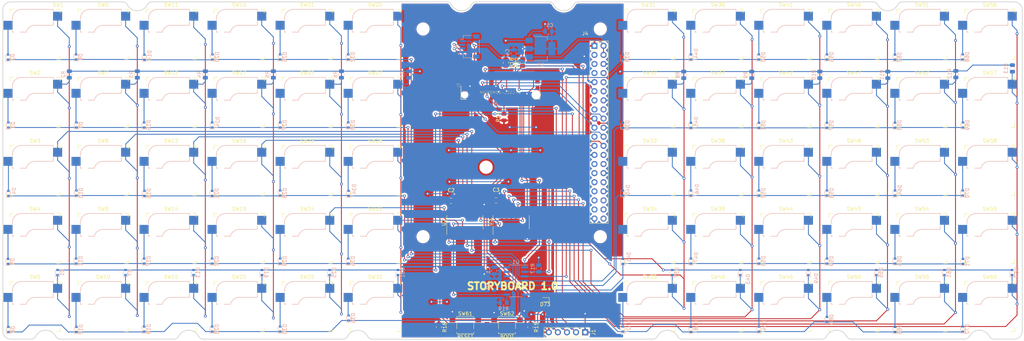
<source format=kicad_pcb>
(kicad_pcb (version 20211014) (generator pcbnew)
  (layers (0 "F.Cu" signal) (31 "B.Cu" signal) (34 "B.Paste" user) (35 "F.Paste" user) (36 "B.SilkS" user "B.Silkscreen") (37 "F.SilkS" user "F.Silkscreen") (38 "B.Mask" user) (39 "F.Mask" user) (44 "Edge.Cuts" user))
  (net 0 "")
  (net 1 "GND")
  (net 2 "+3.3V")
  (net 3 "+5V")
  (net 4 "COL0")
  (net 5 "nKEY_INT")
  (net 6 "ROW0")
  (net 7 "Net-(D2-Pad2)")
  (net 8 "ROW1")
  (net 9 "Net-(D3-Pad2)")
  (net 10 "ROW2")
  (net 11 "Net-(D4-Pad2)")
  (net 12 "ROW3")
  (net 13 "Net-(D5-Pad2)")
  (net 14 "ROW4")
  (net 15 "Net-(D6-Pad2)")
  (net 16 "COL1")
  (net 17 "Net-(D8-Pad2)")
  (net 18 "Net-(D9-Pad2)")
  (net 19 "Net-(D10-Pad2)")
  (net 20 "Net-(D11-Pad2)")
  (net 21 "Net-(D12-Pad2)")
  (net 22 "COL2")
  (net 23 "Net-(D14-Pad2)")
  (net 24 "Net-(D15-Pad2)")
  (net 25 "Net-(D16-Pad2)")
  (net 26 "Net-(D17-Pad2)")
  (net 27 "Net-(D18-Pad2)")
  (net 28 "COL3")
  (net 29 "Net-(D20-Pad2)")
  (net 30 "Net-(D21-Pad2)")
  (net 31 "Net-(D22-Pad2)")
  (net 32 "Net-(D23-Pad2)")
  (net 33 "Net-(D24-Pad2)")
  (net 34 "COL4")
  (net 35 "Net-(D26-Pad2)")
  (net 36 "Net-(D27-Pad2)")
  (net 37 "Net-(D28-Pad2)")
  (net 38 "Net-(D29-Pad2)")
  (net 39 "Net-(D30-Pad2)")
  (net 40 "COL5")
  (net 41 "Net-(D32-Pad2)")
  (net 42 "Net-(D33-Pad2)")
  (net 43 "Net-(D34-Pad2)")
  (net 44 "Net-(D35-Pad2)")
  (net 45 "Net-(D36-Pad2)")
  (net 46 "COL6")
  (net 47 "Net-(D38-Pad2)")
  (net 48 "Net-(D39-Pad2)")
  (net 49 "Net-(D40-Pad2)")
  (net 50 "Net-(D41-Pad2)")
  (net 51 "Net-(D42-Pad2)")
  (net 52 "COL7")
  (net 53 "Net-(D44-Pad2)")
  (net 54 "Net-(D45-Pad2)")
  (net 55 "Net-(D46-Pad2)")
  (net 56 "Net-(D47-Pad2)")
  (net 57 "Net-(D48-Pad2)")
  (net 58 "COL8")
  (net 59 "Net-(D50-Pad2)")
  (net 60 "Net-(D51-Pad2)")
  (net 61 "Net-(D52-Pad2)")
  (net 62 "Net-(D53-Pad2)")
  (net 63 "Net-(D54-Pad2)")
  (net 64 "COL9")
  (net 65 "Net-(D56-Pad2)")
  (net 66 "Net-(D57-Pad2)")
  (net 67 "Net-(D58-Pad2)")
  (net 68 "Net-(D59-Pad2)")
  (net 69 "Net-(D60-Pad2)")
  (net 70 "COL10")
  (net 71 "Net-(D62-Pad2)")
  (net 72 "Net-(D63-Pad2)")
  (net 73 "Net-(D64-Pad2)")
  (net 74 "Net-(D65-Pad2)")
  (net 75 "Net-(D66-Pad2)")
  (net 76 "COL11")
  (net 77 "Net-(D68-Pad2)")
  (net 78 "Net-(D69-Pad2)")
  (net 79 "Net-(D70-Pad2)")
  (net 80 "Net-(D71-Pad2)")
  (net 81 "Net-(D72-Pad2)")
  (net 82 "Net-(J1-Pad2)")
  (net 83 "Net-(J1-Pad3)")
  (net 84 "Net-(J1-Pad4)")
  (net 85 "D-")
  (net 86 "D+")
  (net 89 "DISPLAY_DC")
  (net 90 "Net-(J3-Pad11)")
  (net 97 "nDISPLAY_RST")
  (net 106 "DISPLAY_BUSY")
  (net 119 "nDISPLAY_CS")
  (net 121 "SPI_SCK")
  (net 123 "SPI_MOSI")
  (net 124 "MATRIX_CLK")
  (net 125 "SPI_MISO")
  (net 126 "MATRIX_SI")
  (net 128 "MATRIX_SO")
  (net 134 "nMATRIX_LD")
  (net 160 "Net-(R1-Pad2)")
  (net 165 "Net-(U2-Pad9)")
  (net 172 "Net-(J3-Pad6)")
  (footprint "Resistor_SMD:R_0805_2012Metric" (layer "F.Cu") (at 183.4 133.6 -90)
    (fp_text reference "R16")
    (fp_text value "10k")
  )
  (footprint "storyboard:Kailh_socket_MX" (layer "F.Cu") (at 318.33 51.8)
    (fp_text reference "SW51")
    (fp_text value "Switch_1u")
  )
  (footprint "storyboard:Kailh_socket_MX" (layer "F.Cu") (at 127.65 51.8)
    (fp_text reference "SW16")
    (fp_text value "Switch_1u")
  )
  (footprint "Package_SO:SOIC-16_3.9x9.9mm_P1.27mm" (layer "F.Cu") (at 203.6 104.3 90)
    (fp_text reference "U3")
    (fp_text value "74HC165 (PISO)")
  )
  (footprint "storyboard:Kailh_socket_MX" (layer "F.Cu") (at 89.65 108.8)
    (fp_text reference "SW9")
    (fp_text value "Switch_1u")
  )
  (footprint "storyboard:Kailh_socket_MX" (layer "F.Cu") (at 242.33 127.8)
    (fp_text reference "SW35")
    (fp_text value "Switch_1u")
  )
  (footprint "Resistor_SMD:R_0805_2012Metric" (layer "F.Cu") (at 201.6 74.9 90)
    (fp_text reference "R14")
    (fp_text value "10k")
  )
  (footprint "storyboard:Kailh_socket_MX" (layer "F.Cu") (at 165.65 89.8)
    (fp_text reference "SW28")
    (fp_text value "Switch_1u")
  )
  (footprint "storyboard:Kailh_socket_MX" (layer "F.Cu") (at 127.65 108.8)
    (fp_text reference "SW19")
    (fp_text value "Switch_1u")
  )
  (footprint "storyboard:Kailh_socket_MX" (layer "F.Cu") (at 261.33 89.8)
    (fp_text reference "SW38")
    (fp_text value "Switch_1u")
  )
  (footprint "storyboard:Kailh_socket_MX" (layer "F.Cu") (at 108.65 51.8)
    (fp_text reference "SW11")
    (fp_text value "Switch_1u")
  )
  (footprint "storyboard:Kailh_socket_MX" (layer "F.Cu") (at 108.65 127.8)
    (fp_text reference "SW15")
    (fp_text value "Switch_1u")
  )
  (footprint "storyboard:Kailh_socket_MX" (layer "F.Cu") (at 299.33 70.8)
    (fp_text reference "SW47")
    (fp_text value "Switch_1u")
  )
  (footprint "storyboard:Kailh_socket_MX" (layer "F.Cu") (at 127.65 70.8)
    (fp_text reference "SW17")
    (fp_text value "Switch_1u")
  )
  (footprint "Resistor_SMD:R_0805_2012Metric" (layer "F.Cu") (at 206.8 59.7 90)
    (fp_text reference "R20")
    (fp_text value "10k")
  )
  (footprint "storyboard:Kailh_socket_MX" (layer "F.Cu") (at 146.65 89.8)
    (fp_text reference "SW23")
    (fp_text value "Switch_1u")
  )
  (footprint "storyboard:Kailh_socket_MX" (layer "F.Cu") (at 280.33 51.8)
    (fp_text reference "SW41")
    (fp_text value "Switch_1u")
  )
  (footprint "storyboard:Kailh_socket_MX" (layer "F.Cu") (at 108.65 89.8)
    (fp_text reference "SW13")
    (fp_text value "Switch_1u")
  )
  (footprint "storyboard:Kailh_socket_MX" (layer "F.Cu") (at 280.33 108.8)
    (fp_text reference "SW44")
    (fp_text value "Switch_1u")
  )
  (footprint "storyboard:Kailh_socket_MX" (layer "F.Cu") (at 280.33 127.8)
    (fp_text reference "SW45")
    (fp_text value "Switch_1u")
  )
  (footprint "storyboard:Kailh_socket_MX" (layer "F.Cu") (at 337.25 51.8)
    (fp_text reference "SW56")
    (fp_text value "Switch_1u")
  )
  (footprint "storyboard:Kailh_socket_MX" (layer "F.Cu") (at 89.65 89.8)
    (fp_text reference "SW8")
    (fp_text value "Switch_1u")
  )
  (footprint "storyboard:Kailh_socket_MX" (layer "F.Cu") (at 337.25 108.8)
    (fp_text reference "SW59")
    (fp_text value "Switch_1u")
  )
  (footprint "storyboard:Kailh_socket_MX" (layer "F.Cu") (at 242.33 108.8)
    (fp_text reference "SW34")
    (fp_text value "Switch_1u")
  )
  (footprint "storyboard:Kailh_socket_MX" (layer "F.Cu") (at 165.65 51.8)
    (fp_text reference "SW26")
    (fp_text value "Switch_1u")
  )
  (footprint "Resistor_SMD:R_0805_2012Metric" (layer "F.Cu") (at 202.1 59.7 -90)
    (fp_text reference "R18")
    (fp_text value "10k")
  )
  (footprint "storyboard:Kailh_socket_MX" (layer "F.Cu") (at 261.33 51.8)
    (fp_text reference "SW36")
    (fp_text value "Switch_1u")
  )
  (footprint "storyboard:Kailh_socket_MX" (layer "F.Cu") (at 146.65 127.8)
    (fp_text reference "SW25")
    (fp_text value "Switch_1u")
  )
  (footprint "storyboard:Kailh_socket_MX" (layer "F.Cu") (at 299.33 127.8)
    (fp_text reference "SW50")
    (fp_text value "Switch_1u")
  )
  (footprint "storyboard:Kailh_socket_MX" (layer "F.Cu") (at 318.33 108.8)
    (fp_text reference "SW54")
    (fp_text value "Switch_1u")
  )
  (footprint "storyboard:Kailh_socket_MX" (layer "F.Cu") (at 318.33 89.8)
    (fp_text reference "SW53")
    (fp_text value "Switch_1u")
  )
  (footprint "storyboard:Kailh_socket_MX" (layer "F.Cu") (at 261.33 70.8)
    (fp_text reference "SW37")
    (fp_text value "Switch_1u")
  )
  (footprint "storyboard:Kailh_socket_MX" (layer "F.Cu") (at 127.65 89.8)
    (fp_text reference "SW18")
    (fp_text value "Switch_1u")
  )
  (footprint "storyboard:Kailh_socket_MX" (layer "F.Cu") (at 70.65 108.8)
    (fp_text reference "SW4")
    (fp_text value "Switch_1u")
  )
  (footprint "Diode_SMD:D_SOD-523" (layer "F.Cu") (at 213.1 125.9 180)
    (fp_text reference "D73")
    (fp_text value "1N4148")
  )
  (footprint "storyboard:Kailh_socket_MX" (layer "F.Cu") (at 299.33 51.8)
    (fp_text reference "SW46")
    (fp_text value "Switch_1u")
  )
  (footprint "Capacitor_SMD:C_0805_2012Metric" (layer "F.Cu") (at 199.4 98.2)
    (fp_text reference "C3")
    (fp_text value "0.1uF")
  )
  (footprint "Button_Switch_SMD:SW_SPST_TL3305A" (layer "F.Cu") (at 202.45 133)
    (fp_text reference "SW62")
    (fp_text value "BOOT")
  )
  (footprint "Capacitor_SMD:C_0805_2012Metric" (layer "F.Cu") (at 186.8 98.3)
    (fp_text reference "C2")
    (fp_text value "0.1uF")
  )
  (footprint "storyboard:Kailh_socket_MX" (layer "F.Cu") (at 242.33 89.8)
    (fp_text reference "SW33")
    (fp_text value "Switch_1u")
  )
  (footprint "Package_SO:SOIC-16_3.9x9.9mm_P1.27mm" (layer "F.Cu") (at 190.7 104.3 90)
    (fp_text reference "U2")
    (fp_text value "74HC165 (PISO)")
  )
  (footprint "storyboard:Kailh_socket_MX" (layer "F.Cu") (at 108.65 108.8)
    (fp_text reference "SW14")
    (fp_text value "Switch_1u")
  )
  (footprint "storyboard:Kailh_socket_MX" (layer "F.Cu") (at 318.33 70.8)
    (fp_text reference "SW52")
    (fp_text value "Switch_1u")
  )
  (footprint "storyboard:Kailh_socket_MX" (layer "F.Cu") (at 70.65 89.8)
    (fp_text reference "SW3")
    (fp_text value "Switch_1u")
  )
  (footprint "Button_Switch_SMD:SW_SPST_TL3305A" (layer "F.Cu") (at 190.8 133)
    (fp_text reference "SW61")
    (fp_text value "RESET")
  )
  (footprint "storyboard:Kailh_socket_MX" (layer "F.Cu") (at 337.25 89.8)
    (fp_text reference "SW58")
    (fp_text value "Switch_1u")
  )
  (footprint "storyboard:Kailh_socket_MX" (layer "F.Cu") (at 261.33 127.8)
    (fp_text reference "SW40")
    (fp_text value "Switch_1u")
  )
  (footprint "storyboard:Kailh_socket_MX" (layer "F.Cu") (at 280.33 89.8)
    (fp_text reference "SW43")
    (fp_text value "Switch_1u")
  )
  (footprint "storyboard:Kailh_socket_MX" (layer "F.Cu") (at 318.33 127.8)
    (fp_text reference "SW55")
    (fp_text value "Switch_1u")
  )
  (footprint "storyboard:Kailh_socket_MX" (layer "F.Cu") (at 108.65 70.8)
    (fp_text reference "SW12")
    (fp_text value "Switch_1u")
  )
  (footprint "Resistor_SMD:R_0805_2012Metric" (layer "F.Cu") (at 209 133.6 -90)
    (fp_text reference "R15")
    (fp_text value "10k")
  )
  (footprint "storyboard:Kailh_socket_MX" (layer "F.Cu") (at 89.65 51.8)
    (fp_text reference "SW6")
    (fp_text value "Switch_1u")
  )
  (footprint "storyboard:Kailh_socket_MX" (layer "F.Cu") (at 146.65 51.8)
    (fp_text reference "SW21")
    (fp_text value "Switch_1u")
  )
  (footprint "storyboard:Kailh_socket_MX" (layer "F.Cu") (at 299.33 89.8)
    (fp_text reference "SW48")
    (fp_text value "Switch_1u")
  )
  (footprint "Connector_PinHeader_2.54mm:PinHeader_1x05_P2.54mm_Vertical" (layer "F.Cu") (at 224.275 135 -90)
    (fp_text reference "J1")
    (fp_text value "Debug Breakout")
  )
  (footprint "storyboard:Kailh_socket_MX" (layer "F.Cu") (at 242.33 70.8)
    (fp_text reference "SW32")
    (fp_text value "Switch_1u")
  )
  (footprint "storyboard:Kailh_socket_MX" (layer "F.Cu") (at 70.65 127.8)
    (fp_text reference "SW5")
    (fp_text value "Switch_1u")
  )
  (footprint "storyboard:Kailh_socket_MX" (layer "F.Cu") (at 261.33 108.8)
    (fp_text reference "SW39")
    (fp_text value "Switch_1u")
  )
  (footprint "storyboard:Kailh_socket_MX" (layer "F.Cu") (at 299.33 108.8)
    (fp_text reference "SW49")
    (fp_text value "Switch_1u")
  )
  (footprint "storyboard:Kailh_socket_MX" (layer "F.Cu") (at 127.65 127.8)
    (fp_text reference "SW20")
    (fp_text value "Switch_1u")
  )
  (footprint "storyboard:Kailh_socket_MX" (layer "F.Cu") (at 89.65 70.8)
    (fp_text reference "SW7")
    (fp_text value "Switch_1u")
  )
  (footprint "storyboard:Kailh_socket_MX" (layer "F.Cu") (at 165.65 108.8)
    (fp_text reference "SW29")
    (fp_text value "Switch_1u")
  )
  (footprint "storyboard:Kailh_socket_MX" (layer "F.Cu") (at 337.25 70.8)
    (fp_text reference "SW57")
    (fp_text value "Switch_1u")
  )
  (footprint "storyboard:Kailh_socket_MX" (layer "F.Cu") (at 89.65 127.8)
    (fp_text reference "SW10")
    (fp_text value "Switch_1u")
  )
  (footprint "storyboard:Kailh_socket_MX" (layer "F.Cu") (at 280.33 70.8)
    (fp_text reference "SW42")
    (fp_text value "Switch_1u")
  )
  (footprint "storyboard:Kailh_socket_MX" (layer "F.Cu") (at 165.65 70.8)
    (fp_text reference "SW27")
    (fp_text value "Switch_1u")
  )
  (footprint "storyboard:Kailh_socket_MX" (layer "F.Cu") (at 146.65 108.8)
    (fp_text reference "SW24")
    (fp_text value "Switch_1u")
  )
  (footprint "storyboard:Kailh_socket_MX" (layer "F.Cu") (at 337.25 127.8)
    (fp_text reference "SW60")
    (fp_text value "Switch_1u")
  )
  (footprint "storyboard:Kailh_socket_MX" (layer "F.Cu") (at 165.65 127.8)
    (fp_text reference "SW30")
    (fp_text value "Switch_1u")
  )
  (footprint "storyboard:SparkFun-MicroMod-M.2-CONNECTOR-E" (layer "F.Cu") (at 200.6 68.654805 180)
    (fp_text reference "J3")
    (fp_text value "MICROMOD-2222-C")
  )
  (footprint "storyboard:Waveshare_ePaper_HAT_352" (layer "F.Cu") (at 179 50.3)
    (fp_text reference "J4")
    (fp_text value "Conn_02x20_Odd_Even")
  )
  (footprint "storyboard:Kailh_socket_MX" (layer "F.Cu") (at 242.33 51.8)
    (fp_text reference "SW31")
    (fp_text value "Switch_1u")
  )
  (footprint "storyboard:Kailh_socket_MX" (layer "F.Cu") (at 70.65 51.8)
    (fp_text reference "SW1")
    (fp_text value "Switch_1u")
  )
  (footprint "storyboard:Kailh_socket_MX" (layer "F.Cu") (at 146.65 70.8)
    (fp_text reference "SW22")
    (fp_text value "Switch_1u")
  )
  (footprint "storyboard:Kailh_socket_MX" (layer "F.Cu") (at 70.65 70.8)
    (fp_text reference "SW2")
    (fp_text value "Switch_1u")
  )
  (footprint "Package_TO_SOT_SMD:SOT-223-3_TabPin2" (layer "B.Cu") (at 211.8 55.8)
    (fp_text reference "U4")
    (fp_text value "AP7361C-33E")
  )
  (footprint "Resistor_SMD:R_0805_2012Metric" (layer "B.Cu") (at 308.8 63.1 -90)
    (fp_text reference "R11")
    (fp_text value "10k")
  )
  (footprint "Diode_SMD:D_SOD-523" (layer "B.Cu") (at 82.1 58.1 90)
    (fp_text reference "D8")
    (fp_text value "1N4148")
  )
  (footprint "Resistor_SMD:R_0805_2012Metric" (layer "B.Cu") (at 156.2 63 -90)
    (fp_text reference "R6")
    (fp_text value "10k")
  )
  (footprint "Diode_SMD:D_SOD-523" (layer "B.Cu") (at 158.1 115.1 90)
    (fp_text reference "D35")
    (fp_text value "1N4148")
  )
  (footprint "Diode_SMD:D_SOD-523" (layer "B.Cu") (at 291.8 58.1 90)
    (fp_text reference "D56")
    (fp_text value "1N4148")
  )
  (footprint "Diode_SMD:D_SOD-523" (layer "B.Cu") (at 120.1 96.2 90)
    (fp_text reference "D21")
    (fp_text value "1N4148")
  )
  (footprint "Diode_SMD:D_SOD-523" (layer "B.Cu") (at 82.2 77.1 90)
    (fp_text reference "D9")
    (fp_text value "1N4148")
  )
  (footprint "Diode_SMD:D_SOD-523" (layer "B.Cu") (at 158.1 77.1 90)
    (fp_text reference "D33")
    (fp_text value "1N4148")
  )
  (footprint "Diode_SMD:D_SOD-523" (layer "B.Cu") (at 291.8 77.175 90)
    (fp_text reference "D57")
    (fp_text value "1N4148")
  )
  (footprint "Diode_SMD:D_SOD-523" (layer "B.Cu") (at 95.9 118.3 90)
    (fp_text reference "D7")
    (fp_text value "1N4148")
  )
  (footprint "Diode_SMD:D_SOD-523" (layer "B.Cu") (at 158.2 96.2 90)
    (fp_text reference "D34")
    (fp_text value "1N4148")
  )
  (footprint "Diode_SMD:D_SOD-523" (layer "B.Cu") (at 310.8 58.15 90)
    (fp_text reference "D62")
    (fp_text value "1N4148")
  )
  (footprint "Diode_SMD:D_SOD-523" (layer "B.Cu") (at 158.2 131 90)
    (fp_text reference "D36")
    (fp_text value "1N4148")
  )
  (footprint "Diode_SMD:D_SOD-523" (layer "B.Cu") (at 101.1 77.1 90)
    (fp_text reference "D15")
    (fp_text value "1N4148")
  )
  (footprint "Diode_SMD:D_SOD-523" (layer "B.Cu") (at 82.1 115.1 90)
    (fp_text reference "D11")
    (fp_text value "1N4148")
  )
  (footprint "Diode_SMD:D_SOD-523" (layer "B.Cu") (at 101.1 115.1 90)
    (fp_text reference "D17")
    (fp_text value "1N4148")
  )
  (footprint "Diode_SMD:D_SOD-523" (layer "B.Cu") (at 139.1 115.1 90)
    (fp_text reference "D29")
    (fp_text value "1N4148")
  )
  (footprint "Connector_JST:JST_SH_SM04B-SRSS-TB_1x04-1MP_P1.00mm_Horizontal" (layer "B.Cu") (at 192 55.2 -90)
    (fp_text reference "J2")
    (fp_text value "JST-SH 4 Pin")
  )
  (footprint "Diode_SMD:D_SOD-523" (layer "B.Cu") (at 234.8 77.2 90)
    (fp_text reference "D39")
    (fp_text value "1N4148")
  )
  (footprint "Diode_SMD:D_SOD-523" (layer "B.Cu") (at 286.6 118.3 90)
    (fp_text reference "D49")
    (fp_text value "1N4148")
  )
  (footprint "Diode_SMD:D_SOD-523" (layer "B.Cu") (at 234.8 96.1 90)
    (fp_text reference "D40")
    (fp_text value "1N4148")
  )
  (footprint "Resistor_SMD:R_0805_2012Metric" (layer "B.Cu") (at 327.8 62.9125 -90)
    (fp_text reference "R12")
    (fp_text value "10k")
  )
  (footprint "Diode_SMD:D_SOD-523" (layer "B.Cu") (at 310.8 77.15 90)
    (fp_text reference "D63")
    (fp_text value "1N4148")
  )
  (footprint "Diode_SMD:D_SOD-523" (layer "B.Cu") (at 291.8 115.1 90)
    (fp_text reference "D59")
    (fp_text value "1N4148")
  )
  (footprint "Diode_SMD:D_SOD-523" (layer "B.Cu") (at 120.1 77.1 90)
    (fp_text reference "D24")
    (fp_text value "1N4148")
  )
  (footprint "Diode_SMD:D_SOD-523" (layer "B.Cu") (at 158.1 58.1 90)
    (fp_text reference "D32")
    (fp_text value "1N4148")
  )
  (footprint "Diode_SMD:D_SOD-523" (layer "B.Cu") (at 82.2 134.2 90)
    (fp_text reference "D12")
    (fp_text value "1N4148")
  )
  (footprint "Diode_SMD:D_SOD-523" (layer "B.Cu") (at 120.2 58.1 90)
    (fp_text reference "D20")
    (fp_text value "1N4148")
  )
  (footprint "Diode_SMD:D_SOD-523" (layer "B.Cu") (at 234.8 134.1 90)
    (fp_text reference "D42")
    (fp_text value "1N4148")
  )
  (footprint "Diode_SMD:D_SOD-523" (layer "B.Cu") (at 234.75 58.1 90)
    (fp_text reference "D38")
    (fp_text value "1N4148")
  )
  (footprint "Package_SO:SOIC-14_3.9x8.7mm_P1.27mm" (layer "B.Cu") (at 204.875 120.66 180)
    (fp_text reference "U1")
    (fp_text value "74HC164 (SIPO)")
  )
  (footprint "Diode_SMD:D_SOD-523" (layer "B.Cu") (at 253.8 96.1 90)
    (fp_text reference "D46")
    (fp_text value "1N4148")
  )
  (footprint "Diode_SMD:D_SOD-523" (layer "B.Cu") (at 63.2 96.2 90)
    (fp_text reference "D4")
    (fp_text value "1N4148")
  )
  (footprint "Diode_SMD:D_SOD-523" (layer "B.Cu") (at 253.8 77.2 90)
    (fp_text reference "D45")
    (fp_text value "1N4148")
  )
  (footprint "Diode_SMD:D_SOD-523" (layer "B.Cu") (at 253.8 115.1 90)
    (fp_text reference "D47")
    (fp_text value "1N4148")
  )
  (footprint "Diode_SMD:D_SOD-523" (layer "B.Cu") (at 139.1 96.1 90)
    (fp_text reference "D28")
    (fp_text value "1N4148")
  )
  (footprint "Diode_SMD:D_SOD-523" (layer "B.Cu") (at 272.8 134.1 90)
    (fp_text reference "D54")
    (fp_text value "1N4148")
  )
  (footprint "Diode_SMD:D_SOD-523" (layer "B.Cu") (at 324.6 118.3 90)
    (fp_text reference "D61")
    (fp_text value "1N4148")
  )
  (footprint "Diode_SMD:D_SOD-523" (layer "B.Cu") (at 272.75 58.1 90)
    (fp_text reference "D50")
    (fp_text value "1N4148")
  )
  (footprint "Diode_SMD:D_SOD-523" (layer "B.Cu") (at 291.8 96.1 90)
    (fp_text reference "D58")
    (fp_text value "1N4148")
  )
  (footprint "Diode_SMD:D_SOD-523" (layer "B.Cu") (at 120.1 115.1 90)
    (fp_text reference "D22")
    (fp_text value "1N4148")
  )
  (footprint "Diode_SMD:D_SOD-523" (layer "B.Cu") (at 310.8 134.2 90)
    (fp_text reference "D66")
    (fp_text value "1N4148")
  )
  (footprint "Diode_SMD:D_SOD-523" (layer "B.Cu") (at 114.9 118.3 90)
    (fp_text reference "D13")
    (fp_text value "1N4148")
  )
  (footprint "Diode_SMD:D_SOD-523" (layer "B.Cu") (at 329.7 58.1 90)
    (fp_text reference "D68")
    (fp_text value "1N4148")
  )
  (footprint "Diode_SMD:D_SOD-523" (layer "B.Cu") (at 329.7 134.1 90)
    (fp_text reference "D72")
    (fp_text value "1N4148")
  )
  (footprint "Diode_SMD:D_SOD-523" (layer "B.Cu") (at 234.8 115.2 90)
    (fp_text reference "D41")
    (fp_text value "1N4148")
  )
  (footprint "Diode_SMD:D_SOD-523" (layer "B.Cu") (at 253.8 58.1 90)
    (fp_text reference "D44")
    (fp_text value "1N4148")
  )
  (footprint "Diode_SMD:D_SOD-523" (layer "B.Cu") (at 329.8 77.1 90)
    (fp_text reference "D69")
    (fp_text value "1N4148")
  )
  (footprint "Diode_SMD:D_SOD-523" (layer "B.Cu") (at 329.7 96.1 90)
    (fp_text reference "D70")
    (fp_text value "1N4148")
  )
  (footprint "Diode_SMD:D_SOD-523" (layer "B.Cu") (at 310.8 115.1 90)
    (fp_text reference "D65")
    (fp_text value "1N4148")
  )
  (footprint "Resistor_SMD:R_0805_2012Metric" (layer "B.Cu") (at 198.8 122.29 -90)
    (fp_text reference "R1")
    (fp_text value "10k")
  )
  (footprint "Diode_SMD:D_SOD-523" (layer "B.Cu") (at 63.2 134.2 90)
    (fp_text reference "D6")
    (fp_text value "1N4148")
  )
  (footprint "Diode_SMD:D_SOD-523" (layer "B.Cu") (at 82.2 96.1 90)
    (fp_text reference "D10")
    (fp_text value "1N4148")
  )
  (footprint "Diode_SMD:D_SOD-523" (layer "B.Cu") (at 172 118.3 90)
    (fp_text reference "D31")
    (fp_text value "1N4148")
  )
  (footprint "Diode_SMD:D_SOD-523" (layer "B.Cu") (at 343.5 118.3 90)
    (fp_text reference "D67")
    (fp_text value "1N4148")
  )
  (footprint "Capacitor_SMD:C_0805_2012Metric" (layer "B.Cu") (at 204.3 57.1 90)
    (fp_text reference "C4")
    (fp_text value "4.7uF")
  )
  (footprint "Resistor_SMD:R_0805_2012Metric" (layer "B.Cu") (at 201.5 126.69 180)
    (fp_text reference "R19")
    (fp_text value "10k")
  )
  (footprint "Diode_SMD:D_SOD-523" (layer "B.Cu") (at 63.2 77.1 90)
    (fp_text reference "D3")
    (fp_text value "1N4148")
  )
  (footprint "Diode_SMD:D_SOD-523" (layer "B.Cu") (at 101.1 134.1 90)
    (fp_text reference "D18")
    (fp_text value "1N4148")
  )
  (footprint "Diode_SMD:D_SOD-523" (layer "B.Cu") (at 101.2 96.2 90)
    (fp_text reference "D16")
    (fp_text value "1N4148")
  )
  (footprint "Resistor_SMD:R_0805_2012Metric" (layer "B.Cu") (at 251.8 63.1 -90)
    (fp_text reference "R8")
    (fp_text value "10k")
  )
  (footprint "Resistor_SMD:R_0805_2012Metric" (layer "B.Cu") (at 343.6 61.3 -90)
    (fp_text reference "R13")
    (fp_text value "10k")
  )
  (footprint "Capacitor_SMD:C_0805_2012Metric" (layer "B.Cu") (at 214 51)
    (fp_text reference "C5")
    (fp_text value "4.7uF")
  )
  (footprint "Diode_SMD:D_SOD-523" (layer "B.Cu") (at 120.1 134.1 90)
    (fp_text reference "D23")
    (fp_text value "1N4148")
  )
  (footprint "Diode_SMD:D_SOD-523" (layer "B.Cu") (at 63.1 58.15 90)
    (fp_text reference "D2")
    (fp_text value "1N4148")
  )
  (footprint "Resistor_SMD:R_0805_2012Metric" (layer "B.Cu") (at 211.3 117.19 -90)
    (fp_text reference "R17")
    (fp_text value "10k")
  )
  (footprint "Diode_SMD:D_SOD-523" (layer "B.Cu") (at 139.1 134.1 90)
    (fp_text reference "D30")
    (fp_text value "1N4148")
  )
  (footprint "Diode_SMD:D_SOD-523" (layer "B.Cu") (at 152.9 118.3 90)
    (fp_text reference "D25")
    (fp_text value "1N4148")
  )
  (footprint "Capacitor_SMD:C_0805_2012Metric" (layer "B.Cu") (at 198.875 117.79 90)
    (fp_text reference "C1")
    (fp_text value "0.1uF")
  )
  (footprint "Diode_SMD:D_SOD-523" (layer "B.Cu") (at 76.9 118.3 90)
    (fp_text reference "D1")
    (fp_text value "1N4148")
  )
  (footprint "Diode_SMD:D_SOD-523" (layer "B.Cu") (at 291.8 131.4 90)
    (fp_text reference "D60")
    (fp_text value "1N4148")
  )
  (footprint "Diode_SMD:D_SOD-523" (layer "B.Cu") (at 63.1 115.2 90)
    (fp_text reference "D5")
    (fp_text value "1N4148")
  )
  (footprint "Resistor_SMD:R_0805_2012Metric" (layer "B.Cu") (at 137.2 63 -90)
    (fp_text reference "R5")
    (fp_text value "10k")
  )
  (footprint "Resistor_SMD:R_0805_2012Metric" (layer "B.Cu") (at 175 63 -90)
    (fp_text reference "R7")
    (fp_text value "10k")
  )
  (footprint "Resistor_SMD:R_0805_2012Metric" (layer "B.Cu") (at 289.8 63.1 -90)
    (fp_text reference "R10")
    (fp_text value "10k")
  )
  (footprint "Diode_SMD:D_SOD-523" (layer "B.Cu") (at 139.1 58.1 90)
    (fp_text reference "D26")
    (fp_text value "1N4148")
  )
  (footprint "Diode_SMD:D_SOD-523" (layer "B.Cu") (at 272.8 77.2 90)
    (fp_text reference "D51")
    (fp_text value "1N4148")
  )
  (footprint "Resistor_SMD:R_0805_2012Metric" (layer "B.Cu") (at 270.8 63.1 -90)
    (fp_text reference "R9")
    (fp_text value "10k")
  )
  (footprint "Diode_SMD:D_SOD-523" (layer "B.Cu") (at 139.1 77.1 90)
    (fp_text reference "D27")
    (fp_text value "1N4148")
  )
  (footprint "Diode_SMD:D_SOD-523" (layer "B.Cu") (at 305.6 118.3 90)
    (fp_text reference "D55")
    (fp_text value "1N4148")
  )
  (footprint "Diode_SMD:D_SOD-523" (layer "B.Cu") (at 329.8 115.2 90)
    (fp_text reference "D71")
    (fp_text value "1N4148")
  )
  (footprint "Diode_SMD:D_SOD-523" (layer "B.Cu") (at 272.8 96.1 90)
    (fp_text reference "D52")
    (fp_text value "1N4148")
  )
  (footprint "Diode_SMD:D_SOD-523" (layer "B.Cu") (at 310.8 96.1 90)
    (fp_text reference "D64")
    (fp_text value "1N4148")
  )
  (footprint "Diode_SMD:D_SOD-523" (layer "B.Cu") (at 248.6 118.3 90)
    (fp_text reference "D37")
    (fp_text value "1N4148")
  )
  (footprint "Diode_SMD:D_SOD-523" (layer "B.Cu") (at 267.6 118.3 90)
    (fp_text reference "D43")
    (fp_text value "1N4148")
  )
  (footprint "Diode_SMD:D_SOD-523" (layer "B.Cu") (at 272.8 115.1 90)
    (fp_text reference "D53")
    (fp_text value "1N4148")
  )
  (footprint "Diode_SMD:D_SOD-523" (layer "B.Cu") (at 101.2 58.2 90)
    (fp_text reference "D14")
    (fp_text value "1N4148")
  )
  (footprint "Diode_SMD:D_SOD-523" (layer "B.Cu") (at 253.8 134.2 90)
    (fp_text reference "D48")
    (fp_text value "1N4148")
  )
  (footprint "Resistor_SMD:R_0805_2012Metric" (layer "B.Cu") (at 99.2 63 -90)
    (fp_text reference "R3")
    (fp_text value "10k")
  )
  (footprint "Resistor_SMD:R_0805_2012Metric" (layer "B.Cu") (at 118.2 63 -90)
    (fp_text reference "R4")
    (fp_text value "10k")
  )
  (footprint "Diode_SMD:D_SOD-523" (layer "B.Cu") (at 134 118.3 90)
    (fp_text reference "D19")
    (fp_text value "1N4148")
  )
  (footprint "Resistor_SMD:R_0805_2012Metric" (layer "B.Cu") (at 80.2 63 -90)
    (fp_text reference "R2")
    (fp_text value "10k")
  )
  (gr_line locked (start 222.404346 42.71874) (end 243.347528 42.72499) (layer "Edge.Cuts") (width 0.2))
  (gr_arc locked (start 244.477564 136.118538) (mid 243.925237 136.707606) (end 243.14753 136.92499) (layer "Edge.Cuts") (width 0.2))
  (gr_arc locked (start 291.688168 136.112288) (mid 294.48124 134.418739) (end 297.274312 136.112288) (layer "Edge.Cuts") (width 0.2))
  (gr_line locked (start 67.711252 42.71874) (end 63.89374 42.71874) (layer "Edge.Cuts") (width 0.2))
  (gr_arc locked (start 331.574112 136.112288) (mid 334.367166 134.418775) (end 337.160254 136.112289) (layer "Edge.Cuts") (width 0.2))
  (gr_arc locked (start 63.89374 136.91874) (mid 62.30275 136.25973) (end 61.64374 134.66874) (layer "Edge.Cuts") (width 0.2))
  (gr_line locked (start 156.39374 42.72499) (end 103.341845 42.71874) (layer "Edge.Cuts") (width 0.2))
  (gr_arc locked (start 185.583134 42.71874) (mid 186.360841 42.936103) (end 186.913169 43.525191) (layer "Edge.Cuts") (width 0.2))
  (gr_arc locked (start 221.074311 43.525192) (mid 218.281245 45.218736) (end 215.488169 43.525191) (layer "Edge.Cuts") (width 0.2))
  (gr_line locked (start 330.244077 136.91874) (end 298.604346 136.91874) (layer "Edge.Cuts") (width 0.2))
  (gr_arc locked (start 244.477564 136.118538) (mid 247.270636 134.424989) (end 250.063708 136.118538) (layer "Edge.Cuts") (width 0.2))
  (gr_arc locked (start 192.499311 43.525192) (mid 189.706245 45.218736) (end 186.913169 43.525191) (layer "Edge.Cuts") (width 0.2))
  (gr_line locked (start 61.64374 134.66874) (end 61.64374 44.96874) (layer "Edge.Cuts") (width 0.2))
  (gr_arc locked (start 346.34374 134.66874) (mid 345.684704 136.259704) (end 344.09374 136.91874) (layer "Edge.Cuts") (width 0.2))
  (gr_line locked (start 109.383135 136.91874) (end 77.743403 136.91874) (layer "Edge.Cuts") (width 0.2))
  (gr_arc locked (start 311.561812 43.525192) (mid 312.114139 42.936104) (end 312.891846 42.71874) (layer "Edge.Cuts") (width 0.2))
  (gr_line locked (start 330.244077 42.71874) (end 312.891846 42.71874) (layer "Edge.Cuts") (width 0.2))
  (gr_line locked (start 304.645635 42.71874) (end 251.59374 42.72499) (layer "Edge.Cuts") (width 0.2))
  (gr_arc locked (start 102.011811 43.525192) (mid 102.564138 42.936103) (end 103.341845 42.71874) (layer "Edge.Cuts") (width 0.2))
  (gr_arc locked (start 95.095633 42.71874) (mid 95.873341 42.936103) (end 96.425668 43.525191) (layer "Edge.Cuts") (width 0.2))
  (gr_arc locked (start 291.688169 136.112288) (mid 291.135843 136.701377) (end 290.358135 136.91874) (layer "Edge.Cuts") (width 0.2))
  (gr_line locked (start 69.497191 136.91874) (end 63.89374 136.91874) (layer "Edge.Cuts") (width 0.2))
  (gr_line locked (start 185.583134 42.71874) (end 164.639952 42.72499) (layer "Edge.Cuts") (width 0.2))
  (gr_line (start 243.347528 42.72499) (end 251.59374 42.72499) (layer "Edge.Cuts") (width 0.2))
  (gr_line locked (start 156.59374 136.92499) (end 117.629346 136.91874) (layer "Edge.Cuts") (width 0.2))
  (gr_arc locked (start 192.499312 43.525192) (mid 193.051639 42.936104) (end 193.829346 42.71874) (layer "Edge.Cuts") (width 0.2))
  (gr_arc locked (start 344.09374 42.71874) (mid 345.68474 43.377746) (end 346.34374 44.96874) (layer "Edge.Cuts") (width 0.2))
  (gr_arc locked (start 61.64374 44.96874) (mid 62.30275 43.37775) (end 63.89374 42.71874) (layer "Edge.Cuts") (width 0.2))
  (gr_line locked (start 95.095634 42.71874) (end 75.957464 42.71874) (layer "Edge.Cuts") (width 0.2))
  (gr_arc locked (start 157.923773 136.118538) (mid 160.716845 134.424989) (end 163.509917 136.118538) (layer "Edge.Cuts") (width 0.2))
  (gr_arc locked (start 157.923774 136.118538) (mid 157.371447 136.707609) (end 156.59374 136.92499) (layer "Edge.Cuts") (width 0.2))
  (gr_arc locked (start 214.158134 42.71874) (mid 214.935841 42.936103) (end 215.488169 43.525191) (layer "Edge.Cuts") (width 0.2))
  (gr_line (start 330.244077 42.71874) (end 338.490289 42.71874) (layer "Edge.Cuts") (width 0.2))
  (gr_line locked (start 243.14753 136.92499) (end 164.839951 136.92499) (layer "Edge.Cuts") (width 0.2))
  (gr_arc locked (start 70.827226 136.112289) (mid 73.620298 134.418738) (end 76.413368 136.112288) (layer "Edge.Cuts") (width 0.2))
  (gr_line locked (start 338.490289 42.71874) (end 344.09374 42.71874) (layer "Edge.Cuts") (width 0.2))
  (gr_arc locked (start 304.645634 42.71874) (mid 305.423341 42.936103) (end 305.975669 43.525191) (layer "Edge.Cuts") (width 0.2))
  (gr_arc locked (start 251.393741 136.92499) (mid 250.616025 136.707628) (end 250.063707 136.118538) (layer "Edge.Cuts") (width 0.2))
  (gr_line locked (start 338.490289 136.91874) (end 344.09374 136.91874) (layer "Edge.Cuts") (width 0.2))
  (gr_arc locked (start 298.604346 136.91874) (mid 297.826649 136.701367) (end 297.274312 136.112288) (layer "Edge.Cuts") (width 0.2))
  (gr_arc locked (start 110.713168 136.112288) (mid 113.50624 134.418739) (end 116.299312 136.112288) (layer "Edge.Cuts") (width 0.2))
  (gr_line (start 75.957464 42.71874) (end 67.711252 42.71874) (layer "Edge.Cuts") (width 0.2))
  (gr_arc locked (start 70.827226 136.112289) (mid 70.274905 136.701376) (end 69.497191 136.91874) (layer "Edge.Cuts") (width 0.2))
  (gr_line locked (start 346.34374 134.66874) (end 346.34374 44.96874) (layer "Edge.Cuts") (width 0.2))
  (gr_arc locked (start 331.574111 136.112288) (mid 331.021794 136.701392) (end 330.244077 136.91874) (layer "Edge.Cuts") (width 0.2))
  (gr_arc locked (start 117.629346 136.91874) (mid 116.851649 136.701367) (end 116.299312 136.112288) (layer "Edge.Cuts") (width 0.2))
  (gr_arc locked (start 221.074312 43.525192) (mid 221.626639 42.936104) (end 222.404346 42.71874) (layer "Edge.Cuts") (width 0.2))
  (gr_line locked (start 214.158134 42.71874) (end 193.829346 42.71874) (layer "Edge.Cuts") (width 0.2))
  (gr_arc locked (start 311.561811 43.525192) (mid 308.768745 45.218736) (end 305.975669 43.525191) (layer "Edge.Cuts") (width 0.2))
  (gr_arc locked (start 110.713169 136.112288) (mid 110.160843 136.701377) (end 109.383135 136.91874) (layer "Edge.Cuts") (width 0.2))
  (gr_line locked (start 251.393741 136.92499) (end 290.358135 136.91874) (layer "Edge.Cuts") (width 0.2))
  (gr_arc locked (start 102.01181 43.525192) (mid 99.218744 45.218735) (end 96.425668 43.525191) (layer "Edge.Cuts") (width 0.2))
  (gr_line (start 156.39374 42.72499) (end 164.639952 42.72499) (layer "Edge.Cuts") (width 0.2))
  (gr_arc locked (start 77.743403 136.91874) (mid 76.965694 136.701368) (end 76.413369 136.112288) (layer "Edge.Cuts") (width 0.2))
  (gr_arc locked (start 164.839951 136.92499) (mid 164.062245 136.707624) (end 163.509917 136.118538) (layer "Edge.Cuts") (width 0.2))
  (gr_arc locked (start 338.490289 136.91874) (mid 337.712552 136.701413) (end 337.160254 136.112289) (layer "Edge.Cuts") (width 0.2))
  (gr_text "STORYBOARD 1.0" (at 204 122.1) (layer "F.SilkS") (effects (font (size 2 2) (thickness 0.5))))
  (segment (start 192.1 66.25) (end 192.85046 65.49954) (width 0.25) (layer "F.Cu") (net 1))
  (segment (start 225.044 58.928) (end 224.028 57.912) (width 0.25) (layer "F.Cu") (net 1))
  (segment (start 208.045 106.775) (end 208.045 108.845) (width 0.25) (layer "F.Cu") (net 1))
  (segment (start 187.75 99.85) (end 187.75 98.3) (width 0.25) (layer "F.Cu") (net 1))
  (segment (start 208.045 108.845) (end 208.1 108.9) (width 0.25) (layer "F.Cu") (net 1))
  (segment (start 187.525 101.825) (end 187.525 100.075) (width 0.25) (layer "F.Cu") (net 1))
  (segment (start 200.85 63.382845) (end 200.84892 63.381765) (width 0.25) (layer "F.Cu") (net 1))
  (segment (start 224.275 129.801) (end 224.282 129.794) (width 0.25) (layer "F.Cu") (net 1))
  (segment (start 202.34752 63.381765) (end 202.34752 67.59752) (width 0.25) (layer "F.Cu") (net 1))
  (segment (start 200.35 98.2) (end 200.35 101.75) (width 0.25) (layer "F.Cu") (net 1))
  (segment (start 187.75 98.3) (end 187.75 96.4) (width 0.25) (layer "F.Cu") (net 1))
  (segment (start 200.1 67.818) (end 200.10216 67.82016) (width 0.25) (layer "F.Cu") (net 1))
  (segment (start 200.35 101.75) (end 200.425 101.825) (width 0.25) (layer "F.Cu") (net 1))
  (segment (start 206.05 130.246) (end 207.264 129.032) (width 0.25) (layer "F.Cu") (net 1))
  (segment (start 196.088 118.738) (end 196.088 108.988) (width 0.25) (layer "F.Cu") (net 1))
  (segment (start 192.85046 65.49954) (end 192.85046 63.381765) (width 0.25) (layer "F.Cu") (net 1))
  (segment (start 225.422 65.148) (end 225.044 64.77) (width 0.25) (layer "F.Cu") (net 1))
  (segment (start 226.868 65.148) (end 225.422 65.148) (width 0.25) (layer "F.Cu") (net 1))
  (segment (start 209.84814 63.381765) (end 209.84814 66.55186) (width 0.25) (layer "F.Cu") (net 1))
  (segment (start 198.85 131.5) (end 198.85 129.5) (width 0.25) (layer "F.Cu") (net 1))
  (segment (start 225.044 64.77) (end 225.044 58.928) (width 0.25) (layer "F.Cu") (net 1))
  (segment (start 199.35032 66.29968) (end 200.85 64.8) (width 0.25) (layer "F.Cu") (net 1))
  (segment (start 187.2 131.5) (end 194.4 131.5) (width 0.25) (layer "F.Cu") (net 1))
  (segment (start 206.8 55.8) (end 206.8 58.7875) (width 0.25) (layer "F.Cu") (net 1))
  (segment (start 202.34752 67.59752) (end 202.35 67.6) (width 0.25) (layer "F.Cu") (net 1))
  (segment (start 192.1 66.25) (end 191.35186 65.50186) (width 0.25) (layer "F.Cu") (net 1))
  (segment (start 209.84814 66.55186) (end 208 68.4) (width 0.25) (layer "F.Cu") (net 1))
  (segment (start 200.85 64.8) (end 200.85 63.382845) (width 0.25) (layer "F.Cu") (net 1))
  (segment (start 195.145 106.775) (end 195.145 108.045) (width 0.25) (layer "F.Cu") (net 1))
  (segment (start 200.35 98.2) (end 200.35 96.2) (width 0.25) (layer "F.Cu") (net 1))
  (segment (start 224.275 135) (end 224.275 129.801) (width 0.25) (layer "F.Cu") (net 1))
  (segment (start 191.35186 65.50186) (end 191.35186 63.381765) (width 0.25) (layer "F.Cu") (net 1))
  (segment (start 187.2 131.5) (end 187.2 129.25) (width 0.25) (layer "F.Cu") (net 1))
  (segment (start 187.525 100.075) (end 187.75 99.85) (width 0.25) (layer "F.Cu") (net 1))
  (segment (start 196.088 108.988) (end 196.088 99.314) (width 0.25) (layer "F.Cu") (net 1))
  (segment (start 206.05 131.5) (end 206.05 130.246) (width 0.25) (layer "F.Cu") (net 1))
  (segment (start 200.10216 67.82016) (end 200.10216 70.928105) (width 0.25) (layer "F.Cu") (net 1))
  (segment (start 198.85 131.5) (end 206.05 131.5) (width 0.25) (layer "F.Cu") (net 1))
  (segment (start 194.4 131.5) (end 198.85 131.5) (width 0.25) (layer "F.Cu") (net 1))
  (segment (start 199.35032 66.29968) (end 199.35032 63.381765) (width 0.25) (layer "F.Cu") (net 1))
  (segment (start 195.145 108.045) (end 196.088 108.988) (width 0.25) (layer "F.Cu") (net 1))
  (via (at 206.8 55.8) (size 0.8) (drill 0.4) (layers "F.Cu" "B.Cu") (net 1))
  (via (at 187.2 129.25) (size 0.8) (drill 0.4) (layers "F.Cu" "B.Cu") (net 1))
  (via (at 196.088 99.314) (size 0.8) (drill 0.4) (layers "F.Cu" "B.Cu") (net 1))
  (via (at 207.264 129.032) (size 0.8) (drill 0.4) (layers "F.Cu" "B.Cu") (net 1))
  (via (at 199.35032 66.29968) (size 0.8) (drill 0.4) (layers "F.Cu" "B.Cu") (net 1))
  (via (at 202.35 67.6) (size 0.8) (drill 0.4) (layers "F.Cu" "B.Cu") (net 1))
  (via (at 200.35 96.2) (size 0.8) (drill 0.4) (layers "F.Cu" "B.Cu") (net 1))
  (via (at 198.85 129.5) (size 0.8) (drill 0.4) (layers "F.Cu" "B.Cu") (net 1))
  (via (at 224.282 129.794) (size 0.8) (drill 0.4) (layers "F.Cu" "B.Cu") (net 1))
  (via (at 208.1 108.9) (size 0.8) (drill 0.4) (layers "F.Cu" "B.Cu") (net 1))
  (via (at 187.75 96.4) (size 0.8) (drill 0.4) (layers "F.Cu" "B.Cu") (net 1))
  (via (at 208 68.4) (size 0.8) (drill 0.4) (layers "F.Cu" "B.Cu") (net 1))
  (via (at 192.1 66.25) (size 0.8) (drill 0.4) (layers "F.Cu" "B.Cu") (net 1))
  (via (at 200.1 67.818) (size 0.8) (drill 0.4) (layers "F.Cu" "B.Cu") (net 1))
  (via (at 196.088 118.738) (size 0.8) (drill 0.4) (layers "F.Cu" "B.Cu") (net 1))
  (via (at 224.028 57.912) (size 0.8) (drill 0.4) (layers "F.Cu" "B.Cu") (net 1))
  (segment (start 196.088 118.738) (end 196.09 118.74) (width 0.25) (layer "B.Cu") (net 1))
  (segment (start 214.95 55.8) (end 214.95 51) (width 0.25) (layer "B.Cu") (net 1))
  (segment (start 205.55 56.15) (end 204.3 56.15) (width 0.25) (layer "B.Cu") (net 1))
  (segment (start 196.09 118.74) (end 198.875 118.74) (width 0.25) (layer "B.Cu") (net 1))
  (segment (start 208.65 55.8) (end 206.8 55.8) (width 0.25) (layer "B.Cu") (net 1))
  (segment (start 206.8 55.8) (end 205.9 55.8) (width 0.25) (layer "B.Cu") (net 1))
  (segment (start 208.65 55.8) (end 214.95 55.8) (width 0.25) (layer "B.Cu") (net 1))
  (segment (start 205.9 55.8) (end 205.55 56.15) (width 0.25) (layer "B.Cu") (net 1))
  (segment (start 191.60078 70.928105) (end 191.60078 72.19922) (width 0.25) (layer "F.Cu") (net 2))
  (segment (start 231.794 76.6) (end 228.16 76.6) (width 0.25) (layer "F.Cu") (net 2))
  (segment (start 212.4 133.285) (end 212.4 130) (width 0.25) (layer "F.Cu") (net 2))
  (segment (start 185.85 99.65) (end 185.85 98.3) (width 0.25) (layer "F.Cu") (net 2))
  (segment (start 209.59922 70.928105) (end 209.59922 72.79922) (width 0.25) (layer "F.Cu") (net 2))
  (segment (start 198.45 98.2) (end 198.45 99.75) (width 0.25) (layer "F.Cu") (net 2))
  (segment (start 185.85 98.3) (end 185.85 96.3) (width 0.25) (layer "F.Cu") (net 2))
  (segment (start 198.45 99.75) (end 199.155 100.455) (width 0.25) (layer "F.Cu") (net 2))
  (segment (start 199.155 100.455) (end 199.155 101.825) (width 0.25) (layer "F.Cu") (net 2))
  (segment (start 228.16 76.6) (end 226.868 75.308) (width 0.25) (layer "F.Cu") (net 2))
  (segment (start 202.1 53.55) (end 202.1 58.7875) (width 0.25) (layer "F.Cu") (net 2))
  (segment (start 209.59922 72.79922) (end 209.6 72.8) (width 0.25) (layer "F.Cu") (net 2))
  (segment (start 186.255 101.825) (end 186.255 100.055) (width 0.25) (layer "F.Cu") (net 2))
  (segment (start 214.115 135) (end 212.4 133.285) (width 0.25) (layer "F.Cu") (net 2))
  (segment (start 186.255 100.055) (end 185.85 99.65) (width 0.25) (layer "F.Cu") (net 2))
  (via (at 185.674 126.492) (size 0.8) (drill 0.4) (layers "F.Cu" "B.Cu") (net 2))
  (via (at 181.356 126.492) (size 0.8) (drill 0.4) (layers "F.Cu" "B.Cu") (net 2))
  (via (at 203.2 77.724) (size 0.8) (drill 0.4) (layers "F.Cu" "B.Cu") (net 2))
  (via (at 210.566 77.724) (size 0.8) (drill 0.4) (layers "F.Cu" "B.Cu") (net 2))
  (via (at 202.1 53.55) (size 0.8) (drill 0.4) (layers "F.Cu" "B.Cu") (net 2))
  (via (at 186.2 84.15) (size 0.8) (drill 0.4) (layers "F.Cu" "B.Cu") (net 2))
  (via (at 203.55 84.15) (size 0.8) (drill 0.4) (layers "F.Cu" "B.Cu") (net 2))
  (via (at 212.4 130) (size 0.8) (drill 0.4) (layers "F.Cu" "B.Cu") (net 2))
  (via (at 209.2 130) (size 0.8) (drill 0.4) (layers "F.Cu" "B.Cu") (net 2))
  (via (at 185.85 96.3) (size 0.8) (drill 0.4) (layers "F.Cu" "B.Cu") (net 2))
  (via (at 213.05 48.9) (size 0.8) (drill 0.4) (layers "F.Cu" "B.Cu") (net 2))
  (via (at 197.0225 121.3775) (size 0.8) (drill 0.4) (layers "F.Cu" "B.Cu") (net 2))
  (via (at 202.85 92.95) (size 0.8) (drill 0.4) (layers "F.Cu" "B.Cu") (net 2))
  (via (at 234.05 62.2) (size 0.8) (drill 0.4) (layers "F.Cu" "B.Cu") (net 2))
  (via (at 197.09 116.84) (size 0.8) (drill 0.4) (layers "F.Cu" "B.Cu") (net 2))
  (via (at 211.3 114.15) (size 0.8) (drill 0.4) (layers "F.Cu" "B.Cu") (net 2))
  (via (at 180.25 96.3) (size 0.8) (drill 0.4) (layers "F.Cu" "B.Cu") (net 2))
  (via (at 186.35 92.95) (size 0.8) (drill 0.4) (layers "F.Cu" "B.Cu") (net 2))
  (via (at 178.1 62.1) (size 0.8) (drill 0.4) (layers "F.Cu" "B.Cu") (net 2))
  (via (at 211.75 84.15) (size 0.8) (drill 0.4) (layers "F.Cu" "B.Cu") (net 2))
  (segment (start 178.0875 62.0875) (end 178.1 62.1) (width 0.25) (layer "B.Cu") (net 2))
  (segment (start 198.885 116.85) (end 198.875 116.84) (width 0.25) (layer "B.Cu") (net 2))
  (segment (start 118.2 62.0875) (end 137.2 62.0875) (width 0.25) (layer "B.Cu") (net 2))
  (segment (start 185.85 96.3) (end 180.25 96.3) (width 0.25) (layer "B.Cu") (net 2))
  (segment (start 212.4 130) (end 209.2 130) (width 0.25) (layer "B.Cu") (net 2))
  (segment (start 80.2 62.0875) (end 99.2 62.0875) (width 0.25) (layer "B.Cu") (net 2))
  (segment (start 343.6 60.3875) (end 332.5125 60.3875) (width 0.25) (layer "B.Cu") (net 2))
  (segment (start 203.55 84.15) (end 186.2 84.15) (width 0.25) (layer "B.Cu") (net 2))
  (segment (start 327.6125 62.1875) (end 327.8 62) (width 0.25) (layer "B.Cu") (net 2))
  (segment (start 175 62.0875) (end 178.0875 62.0875) (width 0.25) (layer "B.Cu") (net 2))
  (segment (start 234.0625 62.1875) (end 234.05 62.2) (width 0.25) (layer "B.Cu") (net 2))
  (segment (start 330.9 62) (end 327.8 62) (width 0.25) (layer "B.Cu") (net 2))
  (segment (start 156.2 62.0875) (end 175 62.0875) (width 0.25) (layer "B.Cu") (net 2))
  (segment (start 332.5125 60.3875) (end 330.9 62) (width 0.25) (layer "B.Cu") (net 2))
  (segment (start 308.8 62.1875) (end 327.6125 62.1875) (width 0.25) (layer "B.Cu") (net 2))
  (segment (start 186.35 92.95) (end 202.85 92.95) (width 0.25) (layer "B.Cu") (net 2))
  (segment (start 202.15 53.5) (end 208.65 53.5) (width 0.25) (layer "B.Cu") (net 2))
  (segment (start 137.2 62.0875) (end 156.2 62.0875) (width 0.25) (layer "B.Cu") (net 2))
  (segment (start 213.05 51) (end 209.7 51) (width 0.25) (layer "B.Cu") (net 2))
  (segment (start 209.7 51) (end 208.65 52.05) (width 0.25) (layer "B.Cu") (net 2))
  (segment (start 211.3 116.2775) (end 211.3 114.15) (width 0.25) (layer "B.Cu") (net 2))
  (segment (start 197.09 116.84) (end 198.875 116.84) (width 0.25) (layer "B.Cu") (net 2))
  (segment (start 197.0225 121.3775) (end 198.8 121.3775) (width 0.25) (layer "B.Cu") (net 2))
  (segment (start 203.55 84.15) (end 211.75 84.15) (width 0.25) (layer "B.Cu") (net 2))
  (segment (start 289.8 62.1875) (end 308.8 62.1875) (width 0.25) (layer "B.Cu") (net 2))
  (segment (start 181.356 126.492) (end 185.674 126.492) (width 0.25) (layer "B.Cu") (net 2))
  (segment (start 99.2 62.0875) (end 118.2 62.0875) (width 0.25) (layer "B.Cu") (net 2))
  (segment (start 202.1 53.55) (end 202.15 53.5) (width 0.25) (layer "B.Cu") (net 2))
  (segment (start 202.4 116.85) (end 198.885 116.85) (width 0.25) (layer "B.Cu") (net 2))
  (segment (start 289.8 62.1875) (end 270.8 62.1875) (width 0.25) (layer "B.Cu") (net 2))
  (segment (start 208.65 52.05) (end 208.65 53.5) (width 0.25) (layer "B.Cu") (net 2))
  (segment (start 203.2 77.724) (end 210.566 77.724) (width 0.25) (layer "B.Cu") (net 2))
  (segment (start 270.8 62.1875) (end 251.8 62.1875) (width 0.25) (layer "B.Cu") (net 2))
  (segment (start 251.8 62.1875) (end 234.0625 62.1875) (width 0.25) (layer "B.Cu") (net 2))
  (segment (start 213.05 51) (end 213.05 48.9) (width 0.25) (layer "B.Cu") (net 2))
  (segment (start 193.35084 63.381765) (end 193.35084 54.95084) (width 0.25) (layer "F.Cu") (net 3))
  (segment (start 193.35084 54.95084) (end 193.3 54.9) (width 0.25) (layer "F.Cu") (net 3))
  (segment (start 229.408 54.938) (end 229.408 57.478) (width 0.25) (layer "F.Cu") (net 3))
  (via (at 193.3 54.9) (size 0.8) (drill 0.4) (layers "F.Cu" "B.Cu") (net 3))
  (segment (start 190 53.7) (end 192.1 53.7) (width 0.25) (layer "B.Cu") (net 3))
  (segment (start 222.35 53.4) (end 217.65 58.1) (width 0.25) (layer "B.Cu") (net 3))
  (segment (start 228.2 53.4) (end 222.35 53.4) (width 0.25) (layer "B.Cu") (net 3))
  (segment (start 229.408 54.608) (end 228.2 53.4) (width 0.25) (layer "B.Cu") (net 3))
  (segment (start 200.275 58.05) (end 197.125 54.9) (width 0.25) (layer "B.Cu") (net 3))
  (segment (start 197.125 54.9) (end 193.3 54.9) (width 0.25) (layer "B.Cu") (net 3))
  (segment (start 204.3 58.05) (end 200.275 58.05) (width 0.25) (layer "B.Cu") (net 3))
  (segment (start 229.408 54.938) (end 229.408 54.608) (width 0.25) (layer "B.Cu") (net 3))
  (segment (start 192.1 53.7) (end 193.3 54.9) (width 0.25) (layer "B.Cu") (net 3))
  (segment (start 217.65 58.1) (end 208.65 58.1) (width 0.25) (layer "B.Cu") (net 3))
  (segment (start 204.35 58.1) (end 208.65 58.1) (width 0.25) (layer "B.Cu") (net 3))
  (segment (start 80.2 111.2) (end 80.2 130.6) (width 0.25) (layer "F.Cu") (net 4))
  (segment (start 80.2 92) (end 80.2 111.2) (width 0.25) (layer "F.Cu") (net 4))
  (segment (start 80.2 55.2) (end 80.2 72.4) (width 0.25) (layer "F.Cu") (net 4))
  (segment (start 192.605 78.905) (end 192.605 101.825) (width 0.25) (layer "F.Cu") (net 4))
  (segment (start 192.6 78.9) (end 192.605 78.905) (width 0.25) (layer "F.Cu") (net 4))
  (segment (start 80.2 72.4) (end 80.2 92) (width 0.25) (layer "F.Cu") (net 4))
  (via (at 80.2 55.2) (size 0.8) (drill 0.4) (layers "F.Cu" "B.Cu") (net 4))
  (via (at 80.2 92) (size 0.8) (drill 0.4) (layers "F.Cu" "B.Cu") (net 4))
  (via (at 80.2 72.4) (size 0.8) (drill 0.4) (layers "F.Cu" "B.Cu") (net 4))
  (via (at 80.2 130.6) (size 0.8) (drill 0.4) (layers "F.Cu" "B.Cu") (net 4))
  (via (at 192.6 78.9) (size 0.8) (drill 0.4) (layers "F.Cu" "B.Cu") (net 4))
  (via (at 80.2 111.2) (size 0.8) (drill 0.4) (layers "F.Cu" "B.Cu") (net 4))
  (segment (start 80.2 129) (end 76.94 125.74) (width 0.25) (layer "B.Cu") (net 4))
  (segment (start 76.94 49.54) (end 80.2 52.8) (width 0.25) (layer "B.Cu") (net 4))
  (segment (start 192.6 78.9) (end 79.8 78.9) (width 0.25) (layer "B.Cu") (net 4))
  (segment (start 80.2 90.2) (end 80.2 92) (width 0.25) (layer "B.Cu") (net 4))
  (segment (start 76.94 46.72) (end 76.94 49.54) (width 0.25) (layer "B.Cu") (net 4))
  (segment (start 80.2 63.9125) (end 80.2 65) (width 0.25) (layer "B.Cu") (net 4))
  (segment (start 80.2 52.8) (end 80.2 55.2) (width 0.25) (layer "B.Cu") (net 4))
  (segment (start 80.2 109.6) (end 80.2 111.2) (width 0.25) (layer "B.Cu") (net 4))
  (segment (start 80.2 71.2) (end 80.2 72.4) (width 0.25) (layer "B.Cu") (net 4))
  (segment (start 76.94 65.72) (end 76.94 67.94) (width 0.25) (layer "B.Cu") (net 4))
  (segment (start 76.94 84.72) (end 76.94 86.94) (width 0.25) (layer "B.Cu") (net 4))
  (segment (start 76.9 119) (end 76.9 122.68) (width 0.25) (layer "B.Cu") (net 4))
  (segment (start 80.2 130.6) (end 80.2 129) (width 0.25) (layer "B.Cu") (net 4))
  (segment (start 79.8 78.9) (end 76.94 81.76) (width 0.25) (layer "B.Cu") (net 4))
  (segment (start 76.94 125.74) (end 76.94 122.72) (width 0.25) (layer "B.Cu") (net 4))
  (segment (start 79.48 65.72) (end 76.94 65.72) (width 0.25) (layer "B.Cu") (net 4))
  (segment (start 76.94 103.72) (end 76.94 106.34) (width 0.25) (layer "B.Cu") (net 4))
  (segment (start 76.94 106.34) (end 80.2 109.6) (width 0.25) (layer "B.Cu") (net 4))
  (segment (start 80.2 65) (end 79.48 65.72) (width 0.25) (layer "B.Cu") (net 4))
  (segment (start 76.94 86.94) (end 80.2 90.2) (width 0.25) (layer "B.Cu") (net 4))
  (segment (start 76.94 67.94) (end 80.2 71.2) (width 0.25) (layer "B.Cu") (net 4))
  (segment (start 76.9 122.68) (end 76.94 122.72) (width 0.25) (layer "B.Cu") (net 4))
  (segment (start 76.94 81.76) (end 76.94 84.72) (width 0.25) (layer "B.Cu") (net 4))
  (segment (start 182.6 117.6) (end 182.5 117.5) (width 0.25) (layer "F.Cu") (net 5))
  (segment (start 229.6 114.45) (end 224.65 109.5) (width 0.25) (layer "F.Cu") (net 5))
  (segment (start 182.5 117.5) (end 182.5 74) (width 0.25) (layer "F.Cu") (net 5))
  (segment (start 201.6 73.9875) (end 201.5875 74) (width 0.25) (layer "F.Cu") (net 5))
  (segment (start 242.95 114.45) (end 229.6 114.45) (width 0.25) (layer "F.Cu") (net 5))
  (segment (start 224.65 109.5) (end 224.65 85) (width 0.25) (layer "F.Cu") (net 5))
  (segment (start 201.5875 74) (end 199.1 74) (width 0.25) (layer "F.Cu") (net 5))
  (segment (start 220.7 81.05) (end 220.7 74) (width 0.25) (layer "F.Cu") (net 5))
  (segment (start 224.65 85) (end 220.7 81.05) (width 0.25) (layer "F.Cu") (net 5))
  (segment (start 201.59822 70.928105) (end 201.59822 73.98572) (width 0.25) (layer "F.Cu") (net 5))
  (segment (start 246.1 117.6) (end 242.95 114.45) (width 0.25) (layer "F.Cu") (net 5))
  (segment (start 201.59822 73.98572) (end 201.6 73.9875) (width 0.25) (layer "F.Cu") (net 5))
  (via (at 246.1 117.6) (size 0.8) (drill 0.4) (layers "F.Cu" "B.Cu") (net 5))
  (via (at 220.7 74) (size 0.8) (drill 0.4) (layers "F.Cu" "B.Cu") (net 5))
  (via (at 199.1 74) (size 0.8) (drill 0.4) (layers "F.Cu" "B.Cu") (net 5))
  (via (at 182.5 74) (size 0.8) (drill 0.4) (layers "F.Cu" "B.Cu") (net 5))
  (via (at 182.6 117.6) (size 0.8) (drill 0.4) (layers "F.Cu" "B.Cu") (net 5))
  (segment (start 95.9 117.6) (end 114.9 117.6) (width 0.25) (layer "B.Cu") (net 5))
  (segment (start 199.1 74) (end 220.7 74) (width 0.25) (layer "B.Cu") (net 5))
  (segment (start 199.1 74) (end 182.5 74) (width 0.25) (layer "B.Cu") (net 5))
  (segment (start 286.6 117.6) (end 305.6 117.6) (width 0.25) (layer "B.Cu") (net 5))
  (segment (start 324.6 117.6) (end 305.6 117.6) (width 0.25) (layer "B.Cu") (net 5))
  (segment (start 267.6 117.6) (end 248.6 117.6) (width 0.25) (layer "B.Cu") (net 5))
  (segment (start 114.9 117.6) (end 134 117.6) (width 0.25) (layer "B.Cu") (net 5))
  (segment (start 343.5 117.6) (end 324.6 117.6) (width 0.25) (layer "B.Cu") (net 5))
  (segment (start 134 117.6) (end 152.9 117.6) (width 0.25) (layer "B.Cu") (net 5))
  (segment (start 76.9 117.6) (end 95.9 117.6) (width 0.25) (layer "B.Cu") (net 5))
  (segment (start 152.9 117.6) (end 172 117.6) (width 0.25) (layer "B.Cu") (net 5))
  (segment (start 246.1 117.6) (end 248.6 117.6) (width 0.25) (layer "B.Cu") (net 5))
  (segment (start 172 117.6) (end 182.6 117.6) (width 0.25) (layer "B.Cu") (net 5))
  (segment (start 267.6 117.6) (end 286.6 117.6) (width 0.25) (layer "B.Cu") (net 5))
  (segment (start 175.7 113.1) (end 175.7 58.8) (width 0.25) (layer "F.Cu") (net 6))
  (segment (start 219 63.8) (end 219 119.4) (width 0.25) (layer "F.Cu") (net 6))
  (via (at 175.7 113.1) (size 0.8) (drill 0.4) (layers "F.Cu" "B.Cu") (net 6))
  (via (at 219 63.8) (size 0.8) (drill 0.4) (layers "F.Cu" "B.Cu") (net 6))
  (via (at 175.7 58.8) (size 0.8) (drill 0.4) (layers "F.Cu" "B.Cu") (net 6))
  (via (at 219 119.4) (size 0.8) (drill 0.4) (layers "F.Cu" "B.Cu") (net 6))
  (segment (start 219.05 63.85) (end 230.5 63.85) (width 0.25) (layer "B.Cu") (net 6))
  (segment (start 291.8 58.8) (end 310.75 58.8) (width 0.25) (layer "B.Cu") (net 6))
  (segment (start 175.7 113.1) (end 203.8 113.1) (width 0.25) (layer "B.Cu") (net 6))
  (segment (start 310.8 58.85) (end 329.65 58.85) (width 0.25) (layer "B.Cu") (net 6))
  (segment (start 101.2 58.9) (end 120.1 58.9) (width 0.25) (layer "B.Cu") (net 6))
  (segment (start 175.7 58.8) (end 158.1 58.8) (width 0.25) (layer "B.Cu") (net 6))
  (segment (start 234.75 59.6) (end 234.75 58.8) (width 0.25) (layer "B.Cu") (net 6))
  (segment (start 329.65 58.85) (end 329.7 58.8) (width 0.25) (layer "B.Cu") (net 6))
  (segment (start 82.05 58.85) (end 82.1 58.8) (width 0.25) (layer "B.Cu") (net 6))
  (segment (start 219 63.8) (end 219.05 63.85) (width 0.25) (layer "B.Cu") (net 6))
  (segment (start 120.1 58.9) (end 120.2 58.8) (width 0.25) (layer "B.Cu") (net 6))
  (segment (start 310.75 58.8) (end 310.8 58.85) (width 0.25) (layer "B.Cu") (net 6))
  (segment (start 205.8 115.1) (end 205.8 119) (width 0.25) (layer "B.Cu") (net 6))
  (segment (start 120.2 58.8) (end 139.1 58.8) (width 0.25) (layer "B.Cu") (net 6))
  (segment (start 82.1 58.8) (end 101.1 58.8) (width 0.25) (layer "B.Cu") (net 6))
  (segment (start 206.19 119.39) (end 207.35 119.39) (width 0.25) (layer "B.Cu") (net 6))
  (segment (start 218.99 119.39) (end 207.35 119.39) (width 0.25) (layer "B.Cu") (net 6))
  (segment (start 63.1 58.85) (end 82.05 58.85) (width 0.25) (layer "B.Cu") (net 6))
  (segment (start 234.75 58.8) (end 253.8 58.8) (width 0.25) (layer "B.Cu") (net 6))
  (segment (start 272.75 58.8) (end 291.8 58.8) (width 0.25) (layer "B.Cu") (net 6))
  (segment (start 139.1 58.8) (end 158.1 58.8) (width 0.25) (layer "B.Cu") (net 6))
  (segment (start 203.8 113.1) (end 205.8 115.1) (width 0.25) (layer "B.Cu") (net 6))
  (segment (start 205.8 119) (end 206.19 119.39) (width 0.25) (layer "B.Cu") (net 6))
  (segment (start 253.8 58.8) (end 272.75 58.8) (width 0.25) (layer "B.Cu") (net 6))
  (segment (start 230.5 63.85) (end 234.75 59.6) (width 0.25) (layer "B.Cu") (net 6))
  (segment (start 219 119.4) (end 218.99 119.39) (width 0.25) (layer "B.Cu") (net 6))
  (segment (start 63.09 57.44) (end 63.1 57.45) (width 0.25) (layer "B.Cu") (net 7))
  (segment (start 63.09 49.26) (end 63.09 57.44) (width 0.25) (layer "B.Cu") (net 7))
  (segment (start 174.8 113.9) (end 174.8 77.8) (width 0.25) (layer "F.Cu") (net 8))
  (via (at 174.8 77.8) (size 0.8) (drill 0.4) (layers "F.Cu" "B.Cu") (net 8))
  (via (at 174.8 113.9) (size 0.8) (drill 0.4) (layers "F.Cu" "B.Cu") (net 8))
  (segment (start 82.2 77.8) (end 63.2 77.8) (width 0.25) (layer "B.Cu") (net 8))
  (segment (start 329.8 77.8) (end 310.85 77.8) (width 0.25) (layer "B.Cu") (net 8))
  (segment (start 229.04 120.66) (end 232.4 117.3) (width 0.25) (layer "B.Cu") (net 8))
  (segment (start 291.775 77.9) (end 291.8 77.875) (width 0.25) (layer "B.Cu") (net 8))
  (segment (start 101.1 77.8) (end 82.2 77.8) (width 0.25) (layer "B.Cu") (net 8))
  (segment (start 203.6 114) (end 194.7 114) (width 0.25) (layer "B.Cu") (net 8))
  (segment (start 232.4 78.7) (end 233.2 77.9) (width 0.25) (layer "B.Cu") (net 8))
  (segment (start 253.8 77.9) (end 272.8 77.9) (width 0.25) (layer "B.Cu") (net 8))
  (segment (start 207.35 120.66) (end 205.76 120.66) (width 0.25) (layer "B.Cu") (net 8))
  (segment (start 272.8 77.9) (end 291.775 77.9) (width 0.25) (layer "B.Cu") (net 8))
  (segment (start 310.8 77.85) (end 291.825 77.85) (width 0.25) (layer "B.Cu") (net 8))
  (segment (start 139.1 77.8) (end 120.1 77.8) (width 0.25) (layer "B.Cu") (net 8))
  (segment (start 205.76 120.66) (end 205.3 120.2) (width 0.25) (layer "B.Cu") (net 8))
  (segment (start 291.825 77.85) (end 291.8 77.875) (width 0.25) (layer "B.Cu") (net 8))
  (segment (start 205.3 115.7) (end 203.6 114) (width 0.25) (layer "B.Cu") (net 8))
  (segment (start 207.35 120.66) (end 229.04 120.66) (width 0.25) (layer "B.Cu") (net 8))
  (segment (start 174.8 77.8) (end 158.1 77.8) (width 0.25) (layer "B.Cu") (net 8))
  (segment (start 120.1 77.8) (end 101.1 77.8) (width 0.25) (layer "B.Cu") (net 8))
  (segment (start 232.4 117.3) (end 232.4 78.7) (width 0.25) (layer "B.Cu") (net 8))
  (segment (start 174.9 114) (end 174.8 113.9) (width 0.25) (layer "B.Cu") (net 8))
  (segment (start 205.3 120.2) (end 205.3 115.7) (width 0.25) (layer "B.Cu") (net 8))
  (segment (start 233.2 77.9) (end 234.8 77.9) (width 0.25) (layer "B.Cu") (net 8))
  (segment (start 194.7 114) (end 174.9 114) (width 0.25) (layer "B.Cu") (net 8))
  (segment (start 158.1 77.8) (end 139.1 77.8) (width 0.25) (layer "B.Cu") (net 8))
  (segment (start 253.8 77.9) (end 234.8 77.9) (width 0.25) (layer "B.Cu") (net 8))
  (segment (start 63.09 68.26) (end 63.09 76.29) (width 0.25) (layer "B.Cu") (net 9))
  (segment (start 63.09 76.29) (end 63.2 76.4) (width 0.25) (layer "B.Cu") (net 9))
  (segment (start 173.8 96.9) (end 173.8 114.8) (width 0.25) (layer "F.Cu") (net 10))
  (via (at 173.8 114.8) (size 0.8) (drill 0.4) (layers "F.Cu" "B.Cu") (net 10))
  (via (at 173.8 96.9) (size 0.8) (drill 0.4) (layers "F.Cu" "B.Cu") (net 10))
  (segment (start 310.8 96.8) (end 329.7 96.8) (width 0.25) (layer "B.Cu") (net 10))
  (segment (start 233.5 96.8) (end 234.8 96.8) (width 0.25) (layer "B.Cu") (net 10))
  (segment (start 234.8 96.8) (end 253.8 96.8) (width 0.25) (layer "B.Cu") (net 10))
  (segment (start 139 96.9) (end 139.1 96.8) (width 0.25) (layer "B.Cu") (net 10))
  (segment (start 120.1 96.9) (end 101.2 96.9) (width 0.25) (layer "B.Cu") (net 10))
  (segment (start 158.1 96.8) (end 158.2 96.9) (width 0.25) (layer "B.Cu") (net 10))
  (segment (start 120.1 96.9) (end 139 96.9) (width 0.25) (layer "B.Cu") (net 10))
  (segment (start 205.48 121.93) (end 207.35 121.93) (width 0.25) (layer "B.Cu") (net 10))
  (segment (start 232.9 97.4) (end 233.5 96.8) (width 0.25) (layer "B.Cu") (net 10))
  (segment (start 291.8 96.8) (end 310.8 96.8) (width 0.25) (layer "B.Cu") (net 10))
  (segment (start 272.8 96.8) (end 253.8 96.8) (width 0.25) (layer "B.Cu") (net 10))
  (segment (start 203.1 114.8) (end 204.8 116.5) (width 0.25) (layer "B.Cu") (net 10))
  (segment (start 272.8 96.8) (end 291.8 96.8) (width 0.25) (layer "B.Cu") (net 10))
  (segment (start 82.2 96.8) (end 101.1 96.8) (width 0.25) (layer "B.Cu") (net 10))
  (segment (start 173.8 96.9) (end 158.2 96.9) (width 0.25) (layer "B.Cu") (net 10))
  (segment (start 101.1 96.8) (end 101.2 96.9) (width 0.25) (layer "B.Cu") (net 10))
  (segment (start 63.2 96.9) (end 82.1 96.9) (width 0.25) (layer "B.Cu") (net 10))
  (segment (start 207.35 121.93) (end 229.27 121.93) (width 0.25) (layer "B.Cu") (net 10))
  (segment (start 82.1 96.9) (end 82.2 96.8) (width 0.25) (layer "B.Cu") (net 10))
  (segment (start 173.8 114.8) (end 203.1 114.8) (width 0.25) (layer "B.Cu") (net 10))
  (segment (start 229.27 121.93) (end 232.9 118.3) (width 0.25) (layer "B.Cu") (net 10))
  (segment (start 204.8 121.25) (end 205.48 121.93) (width 0.25) (layer "B.Cu") (net 10))
  (segment (start 139.1 96.8) (end 158.1 96.8) (width 0.25) (layer "B.Cu") (net 10))
  (segment (start 232.9 118.3) (end 232.9 97.4) (width 0.25) (layer "B.Cu") (net 10))
  (segment (start 204.8 116.5) (end 204.8 121.25) (width 0.25) (layer "B.Cu") (net 10))
  (segment (start 63.2 95.5) (end 63.2 87.37) (width 0.25) (layer "B.Cu") (net 11))
  (segment (start 63.2 87.37) (end 63.09 87.26) (width 0.25) (layer "B.Cu") (net 11))
  (segment (start 207.35 123.2) (end 231.5 123.2) (width 0.25) (layer "B.Cu") (net 12))
  (segment (start 204.1 121.5) (end 204.1 116.5) (width 0.25) (layer "B.Cu") (net 12))
  (segment (start 204.1 116.5) (end 203.4 115.8) (width 0.25) (layer "B.Cu") (net 12))
  (segment (start 272.8 115.8) (end 253.8 115.8) (width 0.25) (layer "B.Cu") (net 12))
  (segment (start 310.9 115.9) (end 310.8 115.8) (width 0.25) (layer "B.Cu") (net 12))
  (segment (start 234.9 115.8) (end 234.8 115.9) (width 0.25) (layer "B.Cu") (net 12))
  (segment (start 291.8 115.8) (end 310.8 115.8) (width 0.25) (layer "B.Cu") (net 12))
  (segment (start 253.8 115.8) (end 234.9 115.8) (width 0.25) (layer "B.Cu") (net 12))
  (segment (start 205.8 123.2) (end 204.1 121.5) (width 0.25) (layer "B.Cu") (net 12))
  (segment (start 63.1 115.9) (end 82 115.9) (width 0.25) (layer "B.Cu") (net 12))
  (segment (start 120.1 115.8) (end 139.1 115.8) (width 0.25) (layer "B.Cu") (net 12))
  (segment (start 234.8 119.9) (end 234.8 115.9) (width 0.25) (layer "B.Cu") (net 12))
  (segment (start 139.1 115.8) (end 158.1 115.8) (width 0.25) (layer "B.Cu") (net 12))
  (segment (start 101.1 115.8) (end 120.1 115.8) (width 0.25) (layer "B.Cu") (net 12))
  (segment (start 82 115.9) (end 82.1 115.8) (width 0.25) (layer "B.Cu") (net 12))
  (segment (start 272.8 115.8) (end 291.8 115.8) (width 0.25) (layer "B.Cu") (net 12))
  (segment (start 329.8 115.9) (end 310.9 115.9) (width 0.25) (layer "B.Cu") (net 12))
  (segment (start 82.1 115.8) (end 101.1 115.8) (width 0.25) (layer "B.Cu") (net 12))
  (segment (start 207.35 123.2) (end 205.8 123.2) (width 0.25) (layer "B.Cu") (net 12))
  (segment (start 231.5 123.2) (end 234.8 119.9) (width 0.25) (layer "B.Cu") (net 12))
  (segment (start 203.4 115.8) (end 158.1 115.8) (width 0.25) (layer "B.Cu") (net 12))
  (segment (start 63.09 114.49) (end 63.1 114.5) (width 0.25) (layer "B.Cu") (net 13))
  (segment (start 63.09 106.26) (end 63.09 114.49) (width 0.25) (layer "B.Cu") (net 13))
  (segment (start 329.6 134.9) (end 329.7 134.8) (width 0.25) (layer "B.Cu") (net 14))
  (segment (start 82.2 134.9) (end 101 134.9) (width 0.25) (layer "B.Cu") (net 14))
  (segment (start 253.8 134.9) (end 272.7 134.9) (width 0.25) (layer "B.Cu") (net 14))
  (segment (start 67.1 134.9) (end 69 133) (width 0.25) (layer "B.Cu") (net 14))
  (segment (start 233.4 134.8) (end 230.3 131.7) (width 0.25) (layer "B.Cu") (net 14))
  (segment (start 310.8 134.9) (end 329.6 134.9) (width 0.25) (layer "B.Cu") (net 14))
  (segment (start 78 133) (end 80 135) (width 0.25) (layer "B.Cu") (net 14))
  (segment (start 272.8 134.8) (end 285.5 134.8) (width 0.25) (layer "B.Cu") (net 14))
  (segment (start 207 131.7) (end 205.5 130.2) (width 0.25) (layer "B.Cu") (net 14))
  (segment (start 116 132.5) (end 109 132.5) (width 0.25) (layer "B.Cu") (net 14))
  (segment (start 139.1 134.8) (end 153.2 134.8) (width 0.25) (layer "B.Cu") (net 14))
  (segment (start 234.8 134.8) (end 233.4 134.8) (width 0.25) (layer "B.Cu") (net 14))
  (segment (start 109 132.5) (end 106.7 134.8) (width 0.25) (layer "B.Cu") (net 14))
  (segment (start 153.2 134.8) (end 156.3 131.7) (width 0.25) (layer "B.Cu") (net 14))
  (segment (start 156.3 131.7) (end 158.2 131.7) (width 0.25) (layer "B.Cu") (net 14))
  (segment (start 63.2 134.9) (end 67.1 134.9) (width 0.25) (layer "B.Cu") (net 14))
  (segment (start 272.7 134.9) (end 272.8 134.8) (width 0.25) (layer "B.Cu") (net 14))
  (segment (start 251.5 134.9) (end 253.8 134.9) (width 0.25) (layer "B.Cu") (net 14))
  (segment (start 106.7 134.8) (end 101.1 134.8) (width 0.25) (layer "B.Cu") (net 14))
  (segment (start 203.63 121.93) (end 202.4 121.93) (width 0.25) (layer "B.Cu") (net 14))
  (segment (start 249.4 132.8) (end 251.5 134.9) (width 0.25) (layer "B.Cu") (net 14))
  (segment (start 241.4 134.8) (end 243.4 132.8) (width 0.25) (layer "B.Cu") (net 14))
  (segment (start 288.2 132.1) (end 291.8 132.1) (width 0.25) (layer "B.Cu") (net 14))
  (segment (start 158.2 131.7) (end 211.3 131.7) (width 0.25) (layer "B.Cu") (net 14))
  (segment (start 211.3 131.7) (end 207 131.7) (width 0.25) (layer "B.Cu") (net 14))
  (segment (start 243.4 132.8) (end 249.4 132.8) (width 0.25) (layer "B.Cu") (net 14))
  (segment (start 205.5 130.2) (end 205.5 123.8) (width 0.25) (layer "B.Cu") (net 14))
  (segment (start 205.5 123.8) (end 203.63 121.93) (width 0.25) (layer "B.Cu") (net 14))
  (segment (start 118.3 134.8) (end 116 132.5) (width 0.25) (layer "B.Cu") (net 14))
  (segment (start 120.1 134.8) (end 118.3 134.8) (width 0.25) (layer "B.Cu") (net 14))
  (segment (start 291.8 132.1) (end 299.1 132.1) (width 0.25) (layer "B.Cu") (net 14))
  (segment (start 234.8 134.8) (end 241.4 134.8) (width 0.25) (layer "B.Cu") (net 14))
  (segment (start 69 133) (end 78 133) (width 0.25) (layer "B.Cu") (net 14))
  (segment (start 301.9 134.9) (end 310.8 134.9) (width 0.25) (layer "B.Cu") (net 14))
  (segment (start 101 134.9) (end 101.1 134.8) (width 0.25) (layer "B.Cu") (net 14))
  (segment (start 80.1 134.9) (end 82.2 134.9) (width 0.25) (layer "B.Cu") (net 14))
  (segment (start 285.5 134.8) (end 288.2 132.1) (width 0.25) (layer "B.Cu") (net 14))
  (segment (start 211.3 131.7) (end 230.3 131.7) (width 0.25) (layer "B.Cu") (net 14))
  (segment (start 299.1 132.1) (end 301.9 134.9) (width 0.25) (layer "B.Cu") (net 14))
  (segment (start 80 135) (end 80.1 134.9) (width 0.25) (layer "B.Cu") (net 14))
  (segment (start 120.1 134.8) (end 139.1 134.8) (width 0.25) (layer "B.Cu") (net 14))
  (segment (start 63.09 125.26) (end 63.09 133.39) (width 0.25) (layer "B.Cu") (net 15))
  (segment (start 63.09 133.39) (end 63.2 133.5) (width 0.25) (layer "B.Cu") (net 15))
  (segment (start 191.3 101.79) (end 191.335 101.825) (width 0.25) (layer "F.Cu") (net 16))
  (segment (start 99.2 71.6) (end 99.2 91.9) (width 0.25) (layer "F.Cu") (net 16))
  (segment (start 99.2 55.1) (end 99.2 71.6) (width 0.25) (layer "F.Cu") (net 16))
  (segment (start 99.2 111.5) (end 99.2 130.3) (width 0.25) (layer "F.Cu") (net 16))
  (segment (start 191.3 79.7) (end 191.3 101.79) (width 0.25) (layer "F.Cu") (net 16))
  (segment (start 99.2 91.9) (end 99.2 111.5) (width 0.25) (layer "F.Cu") (net 16))
  (via (at 99.2 91.9) (size 0.8) (drill 0.4) (layers "F.Cu" "B.Cu") (net 16))
  (via (at 99.2 111.5) (size 0.8) (drill 0.4) (layers "F.Cu" "B.Cu") (net 16))
  (via (at 99.2 71.6) (size 0.8) (drill 0.4) (layers "F.Cu" "B.Cu") (net 16))
  (via (at 99.2 55.1) (size 0.8) (drill 0.4) (layers "F.Cu" "B.Cu") (net 16))
  (via (at 191.3 79.7) (size 0.8) (drill 0.4) (layers "F.Cu" "B.Cu") (net 16))
  (via (at 99.2 130.3) (size 0.8) (drill 0.4) (layers "F.Cu" "B.Cu") (net 16))
  (segment (start 99.2 128.9) (end 99.2 130.3) (width 0.25) (layer "B.Cu") (net 16))
  (segment (start 99.2 109.7) (end 95.94 106.44) (width 0.25) (layer "B.Cu") (net 16))
  (segment (start 95.94 122.72) (end 95.94 125.64) (width 0.25) (layer "B.Cu") (net 16))
  (segment (start 99.2 91.9) (end 99.2 90) (width 0.25) (layer "B.Cu") (net 16))
  (segment (start 95.94 86.74) (end 95.94 84.72) (width 0.25) (layer "B.Cu") (net 16))
  (segment (start 99.2 63.9125) (end 99.2 65) (width 0.25) (layer "B.Cu") (net 16))
  (segment (start 95.94 46.72) (end 95.94 49.54) (width 0.25) (layer "B.Cu") (net 16))
  (segment (start 191.3 79.7) (end 98.7 79.7) (width 0.25) (layer "B.Cu") (net 16))
  (segment (start 98.7 79.7) (end 95.94 82.46) (width 0.25) (layer "B.Cu") (net 16))
  (segment (start 96.7 50.3) (end 99.2 52.8) (width 0.25) (layer "B.Cu") (net 16))
  (segment (start 95.94 68.24) (end 99.2 71.5) (width 0.25) (layer "B.Cu") (net 16))
  (segment (start 95.9 119) (end 95.9 122.68) (width 0.25) (layer "B.Cu") (net 16))
  (segment (start 95.94 106.44) (end 95.94 103.72) (width 0.25) (layer "B.Cu") (net 16))
  (segment (start 95.94 49.54) (end 96.7 50.3) (width 0.25) (layer "B.Cu") (net 16))
  (segment (start 99.2 71.5) (end 99.2 71.6) (width 0.25) (layer "B.Cu") (net 16))
  (segment (start 95.94 125.64) (end 99.2 128.9) (width 0.25) (layer "B.Cu") (net 16))
  (segment (start 95.94 82.46) (end 95.94 84.72) (width 0.25) (layer "B.Cu") (net 16))
  (segment (start 99.2 65) (end 98.48 65.72) (width 0.25) (layer "B.Cu") (net 16))
  (segment (start 99.2 52.8) (end 99.2 55.1) (width 0.25) (layer "B.Cu") (net 16))
  (segment (start 98.48 65.72) (end 95.94 65.72) (width 0.25) (layer "B.Cu") (net 16))
  (segment (start 99.2 90) (end 95.94 86.74) (width 0.25) (layer "B.Cu") (net 16))
  (segment (start 95.94 68.24) (end 95.94 65.72) (width 0.25) (layer "B.Cu") (net 16))
  (segment (start 99.2 111.5) (end 99.2 109.7) (width 0.25) (layer "B.Cu") (net 16))
  (segment (start 95.9 122.68) (end 95.94 122.72) (width 0.25) (layer "B.Cu") (net 16))
  (segment (start 82.09 57.39) (end 82.1 57.4) (width 0.25) (layer "B.Cu") (net 17))
  (segment (start 82.09 49.26) (end 82.09 57.39) (width 0.25) (layer "B.Cu") (net 17))
  (segment (start 82.09 76.29) (end 82.2 76.4) (width 0.25) (layer "B.Cu") (net 18))
  (segment (start 82.09 68.26) (end 82.09 76.29) (width 0.25) (layer "B.Cu") (net 18))
  (segment (start 82.09 95.29) (end 82.2 95.4) (width 0.25) (layer "B.Cu") (net 19))
  (segment (start 82.09 87.26) (end 82.09 95.29) (width 0.25) (layer "B.Cu") (net 19))
  (segment (start 82.09 114.39) (end 82.1 114.4) (width 0.25) (layer "B.Cu") (net 20))
  (segment (start 82.09 106.26) (end 82.09 114.39) (width 0.25) (layer "B.Cu") (net 20))
  (segment (start 82.09 133.39) (end 82.2 133.5) (width 0.25) (layer "B.Cu") (net 21))
  (segment (start 82.09 125.26) (end 82.09 133.39) (width 0.25) (layer "B.Cu") (net 21))
  (segment (start 118.2 54.6) (end 118.2 72.2) (width 0.25) (layer "F.Cu") (net 22))
  (segment (start 190.1 80.4245) (end 190.1 101.79) (width 0.25) (layer "F.Cu") (net 22))
  (segment (start 118.2 111.4) (end 118.2 130.5) (width 0.25) (layer "F.Cu") (net 22))
  (segment (start 118.2 92.5) (end 118.2 111.4) (width 0.25) (layer "F.Cu") (net 22))
  (segment (start 118.2 72.2) (end 118.2 92.5) (width 0.25) (layer "F.Cu") (net 22))
  (segment (start 190.1 101.79) (end 190.065 101.825) (width 0.25) (layer "F.Cu") (net 22))
  (via (at 118.2 130.5) (size 0.8) (drill 0.4) (layers "F.Cu" "B.Cu") (net 22))
  (via (at 118.2 111.4) (size 0.8) (drill 0.4) (layers "F.Cu" "B.Cu") (net 22))
  (via (at 190.1 80.4245) (size 0.8) (drill 0.4) (layers "F.Cu" "B.Cu") (net 22))
  (via (at 118.2 72.2) (size 0.8) (drill 0.4) (layers "F.Cu" "B.Cu") (net 22))
  (via (at 118.2 54.6) (size 0.8) (drill 0.4) (layers "F.Cu" "B.Cu") (net 22))
  (via (at 118.2 92.5) (size 0.8) (drill 0.4) (layers "F.Cu" "B.Cu") (net 22))
  (segment (start 118.2 63.9125) (end 118.2 65) (width 0.25) (layer "B.Cu") (net 22))
  (segment (start 114.94 125.54) (end 114.94 122.72) (width 0.25) (layer "B.Cu") (net 22))
  (segment (start 118.2 109.9) (end 114.94 106.64) (width 0.25) (layer "B.Cu") (net 22))
  (segment (start 116.4 80.4) (end 114.94 81.86) (width 0.25) (layer "B.Cu") (net 22))
  (segment (start 114.94 67.84) (end 114.94 65.72) (width 0.25) (layer "B.Cu") (net 22))
  (segment (start 114.9 122.68) (end 114.94 122.72) (width 0.25) (layer "B.Cu") (net 22))
  (segment (start 114.94 46.72) (end 114.94 49.84) (width 0.25) (layer "B.Cu") (net 22))
  (segment (start 118.2 71.1) (end 114.94 67.84) (width 0.25) (layer "B.Cu") (net 22))
  (segment (start 114.9 119) (end 114.9 122.68) (width 0.25) (layer "B.Cu") (net 22))
  (segment (start 118.2 65) (end 117.48 65.72) (width 0.25) (layer "B.Cu") (net 22))
  (segment (start 118.2 92.5) (end 118.2 91) (width 0.25) (layer "B.Cu") (net 22))
  (segment (start 118.2 111.4) (end 118.2 109.9) (width 0.25) (layer "B.Cu") (net 22))
  (segment (start 118.2 72.2) (end 118.2 71.1) (width 0.25) (layer "B.Cu") (net 22))
  (segment (start 117.48 65.72) (end 114.94 65.72) (width 0.25) (layer "B.Cu") (net 22))
  (segment (start 114.94 87.74) (end 114.94 84.72) (width 0.25) (layer "B.Cu") (net 22))
  (segment (start 190.1 80.4245) (end 190.0755 80.4) (width 0.25) (layer "B.Cu") (net 22))
  (segment (start 118.2 91) (end 114.94 87.74) (width 0.25) (layer "B.Cu") (net 22))
  (segment (start 114.94 49.84) (end 118.1 53) (width 0.25) (layer "B.Cu") (net 22))
  (segment (start 118.2 130.5) (end 118.2 128.8) (width 0.25) (layer "B.Cu") (net 22))
  (segment (start 114.94 81.86) (end 114.94 84.72) (width 0.25) (layer "B.Cu") (net 22))
  (segment (start 114.94 106.64) (end 114.94 103.72) (width 0.25) (layer "B.Cu") (net 22))
  (segment (start 118.2 53.1) (end 118.2 54.6) (width 0.25) (layer "B.Cu") (net 22))
  (segment (start 118.2 128.8) (end 114.94 125.54) (width 0.25) (layer "B.Cu") (net 22))
  (segment (start 190.0755 80.4) (end 116.4 80.4) (width 0.25) (layer "B.Cu") (net 22))
  (segment (start 118.1 53) (end 118.2 53.1) (width 0.25) (layer "B.Cu") (net 22))
  (segment (start 101.09 49.26) (end 101.09 57.39) (width 0.25) (layer "B.Cu") (net 23))
  (segment (start 101.09 57.39) (end 101.2 57.5) (width 0.25) (layer "B.Cu") (net 23))
  (segment (start 101.09 68.26) (end 101.09 76.39) (width 0.25) (layer "B.Cu") (net 24))
  (segment (start 101.09 76.39) (end 101.1 76.4) (width 0.25) (layer "B.Cu") (net 24))
  (segment (start 101.09 95.39) (end 101.2 95.5) (width 0.25) (layer "B.Cu") (net 25))
  (segment (start 101.09 87.26) (end 101.09 95.39) (width 0.25) (layer "B.Cu") (net 25))
  (segment (start 101.09 114.39) (end 101.1 114.4) (width 0.25) (layer "B.Cu") (net 26))
  (segment (start 101.09 106.26) (end 101.09 114.39) (width 0.25) (layer "B.Cu") (net 26))
  (segment (start 101.09 125.26) (end 101.09 133.39) (width 0.25) (layer "B.Cu") (net 27))
  (segment (start 101.09 133.39) (end 101.1 133.4) (width 0.25) (layer "B.Cu") (net 27))
  (segment (start 137.2 112) (end 137.2 131) (width 0.25) (layer "F.Cu") (net 28))
  (segment (start 137.2 54.3) (end 137.2 74) (width 0.25) (layer "F.Cu") (net 28))
  (segment (start 188.9 81.4) (end 188.9 101.72) (width 0.25) (layer "F.Cu") (net 28))
  (segment (start 137.2 92.9) (end 137.2 112) (width 0.25) (layer "F.Cu") (net 28))
  (segment (start 137.2 74) (end 137.2 92.9) (width 0.25) (layer "F.Cu") (net 28))
  (segment (start 188.9 101.72) (end 188.795 101.825) (width 0.25) (layer "F.Cu") (net 28))
  (via (at 137.2 54.3) (size 0.8) (drill 0.4) (layers "F.Cu" "B.Cu") (net 28))
  (via (at 188.9 81.4) (size 0.8) (drill 0.4) (layers "F.Cu" "B.Cu") (net 28))
  (via (at 137.2 131) (size 0.8) (drill 0.4) (layers "F.Cu" "B.Cu") (net 28))
  (via (at 137.2 74) (size 0.8) (drill 0.4) (layers "F.Cu" "B.Cu") (net 28))
  (via (at 137.2 92.9) (size 0.8) (drill 0.4) (layers "F.Cu" "B.Cu") (net 28))
  (via (at 137.2 112) (size 0.8) (drill 0.4) (layers "F.Cu" "B.Cu") (net 28))
  (segment (start 137.2 65.2) (end 136.68 65.72) (width 0.25) (layer "B.Cu") (net 28))
  (segment (start 133.94 88.04) (end 133.94 84.72) (width 0.25) (layer "B.Cu") (net 28))
  (segment (start 137.2 92.9) (end 137.2 91.3) (width 0.25) (layer "B.Cu") (net 28))
  (segment (start 133.94 82.56) (end 133.94 84.72) (width 0.25) (layer "B.Cu") (net 28))
  (segment (start 133.94 103.72) (end 133.94 105.54) (width 0.25) (layer "B.Cu") (net 28))
  (segment (start 136 51.3) (end 137.2 52.5) (width 0.25) (layer "B.Cu") (net 28))
  (segment (start 188.9 81.4) (end 135.1 81.4) (width 0.25) (layer "B.Cu") (net 28))
  (segment (start 137.2 52.5) (end 137.2 54.3) (width 0.25) (layer "B.Cu") (net 28))
  (segment (start 133.94 46.72) (end 133.94 49.24) (width 0.25) (layer "B.Cu") (net 28))
  (segment (start 137.2 74) (end 137.2 72.4) (width 0.25) (layer "B.Cu") (net 28))
  (segment (start 133.94 126.14) (end 133.94 122.72) (width 0.25) (layer "B.Cu") (net 28))
  (segment (start 135.1 81.4) (end 133.94 82.56) (width 0.25) (layer "B.Cu") (net 28))
  (segment (start 136.68 65.72) (end 133.94 65.72) (width 0.25) (layer "B.Cu") (net 28))
  (segment (start 137.2 91.3) (end 133.94 88.04) (width 0.25) (layer "B.Cu") (net 28))
  (segment (start 137.2 131) (end 137.2 129.4) (width 0.25) (layer "B.Cu") (net 28))
  (segment (start 134 122.66) (end 133.94 122.72) (width 0.25) (layer "B.Cu") (net 28))
  (segment (start 137.2 129.4) (end 133.94 126.14) (width 0.25) (layer "B.Cu") (net 28))
  (segment (start 134 119) (end 134 122.66) (width 0.25) (layer "B.Cu") (net 28))
  (segment (start 137.2 108.8) (end 137.2 112) (width 0.25) (layer "B.Cu") (net 28))
  (segment (start 137.2 63.9125) (end 137.2 65.2) (width 0.25) (layer "B.Cu") (net 28))
  (segment (start 133.94 69.14) (end 133.94 65.72) (width 0.25) (layer "B.Cu") (net 28))
  (segment (start 133.94 105.54) (end 137.2 108.8) (width 0.25) (layer "B.Cu") (net 28))
  (segment (start 133.94 49.24) (end 136 51.3) (width 0.25) (layer "B.Cu") (net 28))
  (segment (start 137.2 72.4) (end 133.94 69.14) (width 0.25) (layer "B.Cu") (net 28))
  (segment (start 120.09 49.26) (end 120.09 57.29) (width 0.25) (layer "B.Cu") (net 29))
  (segment (start 120.09 57.29) (end 120.2 57.4) (width 0.25) (layer "B.Cu") (net 29))
  (segment (start 120.09 87.26) (end 120.09 95.29) (width 0.25) (layer "B.Cu") (net 30))
  (segment (start 120.09 95.29) (end 120.1 95.3) (width 0.25) (layer "B.Cu") (net 30))
  (segment (start 120.09 106.26) (end 120.09 114.39) (width 0.25) (layer "B.Cu") (net 31))
  (segment (start 120.09 114.39) (end 120.1 114.4) (width 0.25) (layer "B.Cu") (net 31))
  (segment (start 120.09 125.26) (end 120.09 133.39) (width 0.25) (layer "B.Cu") (net 32))
  (segment (start 120.09 133.39) (end 120.1 133.4) (width 0.25) (layer "B.Cu") (net 32))
  (segment (start 120.09 68.26) (end 120.09 76.39) (width 0.25) (layer "B.Cu") (net 33))
  (segment (start 120.09 76.39) (end 120.1 76.4) (width 0.25) (layer "B.Cu") (net 33))
  (segment (start 184.9 103) (end 185.6 103.7) (width 0.25) (layer "F.Cu") (net 34))
  (segment (start 185.6 103.7) (end 187.9 103.7) (width 0.25) (layer "F.Cu") (net 34))
  (segment (start 184.9 100.2) (end 184.9 103) (width 0.25) (layer "F.Cu") (net 34))
  (segment (start 156.2 54.3) (end 156.2 74.1) (width 0.25) (layer "F.Cu") (net 34))
  (segment (start 156.2 74.1) (end 156.2 93.6) (width 0.25) (layer "F.Cu") (net 34))
  (segment (start 156.2 113.1) (end 156.2 129.9) (width 0.25) (layer "F.Cu") (net 34))
  (segment (start 188.795 104.595) (end 188.795 106.775) (width 0.25) (layer "F.Cu") (net 34))
  (segment (start 156.2 93.6) (end 156.2 113.1) (width 0.25) (layer "F.Cu") (net 34))
  (segment (start 187.9 103.7) (end 188.795 104.595) (width 0.25) (layer "F.Cu") (net 34))
  (via (at 156.2 113.1) (size 0.8) (drill 0.4) (layers "F.Cu" "B.Cu") (net 34))
  (via (at 184.9 100.2) (size 0.8) (drill 0.4) (layers "F.Cu" "B.Cu") (net 34))
  (via (at 156.2 93.6) (size 0.8) (drill 0.4) (layers "F.Cu" "B.Cu") (net 34))
  (via (at 156.2 129.9) (size 0.8) (drill 0.4) (layers "F.Cu" "B.Cu") (net 34))
  (via (at 156.2 54.3) (size 0.8) (drill 0.4) (layers "F.Cu" "B.Cu") (net 34))
  (via (at 156.2 74.1) (size 0.8) (drill 0.4) (layers "F.Cu" "B.Cu") (net 34))
  (segment (start 152.94 88.54) (end 152.94 84.72) (width 0.25) (layer "B.Cu") (net 34))
  (segment (start 152.94 69.14) (end 152.94 65.72) (width 0.25) (layer "B.Cu") (net 34))
  (segment (start 156.2 128.5) (end 152.94 125.24) (width 0.25) (layer "B.Cu") (net 34))
  (segment (start 152.94 65.72) (end 155.88 65.72) (width 0.25) (layer "B.Cu") (net 34))
  (segment (start 152.94 106.84) (end 152.94 103.72) (width 0.25) (layer "B.Cu") (net 34))
  (segment (start 152.94 46.72) (end 152.94 48.94) (width 0.25) (layer "B.Cu") (net 34))
  (segment (start 156.2 110.1) (end 152.94 106.84) (width 0.25) (layer "B.Cu") (net 34))
  (segment (start 156.2 63.9125) (end 156.2 65.4) (width 0.25) (layer "B.Cu") (net 34))
  (segment (start 156.2 74.1) (end 156.2 72.4) (width 0.25) (layer "B.Cu") (net 34))
  (segment (start 156.2 72.4) (end 152.94 69.14) (width 0.25) (layer "B.Cu") (net 34))
  (segment (start 156.2 52.2) (end 156.2 54.3) (width 0.25) (layer "B.Cu") (net 34))
  (segment (start 156.2 93.6) (end 156.2 91.8) (width 0.25) (layer "B.Cu") (net 34))
  (segment (start 152.9 122.68) (end 152.94 122.72) (width 0.25) (layer "B.Cu") (net 34))
  (segment (start 152.94 48.94) (end 156.2 52.2) (width 0.25) (layer "B.Cu") (net 34))
  (segment (start 152.9 119) (end 152.9 122.68) (width 0.25) (layer "B.Cu") (net 34))
  (segment (start 156.2 129.9) (end 156.2 128.5) (width 0.25) (layer "B.Cu") (net 34))
  (segment (start 152.94 101.66) (end 152.94 103.72) (width 0.25) (layer "B.Cu") (net 34))
  (segment (start 152.94 125.24) (end 152.94 122.72) (width 0.25) (layer "B.Cu") (net 34))
  (segment (start 156.2 65.4) (end 155.88 65.72) (width 0.25) (layer "B.Cu") (net 34))
  (segment (start 154.4 100.2) (end 152.94 101.66) (width 0.25) (layer "B.Cu") (net 34))
  (segment (start 184.9 100.2) (end 154.4 100.2) (width 0.25) (layer "B.Cu") (net 34))
  (segment (start 156.2 91.8) (end 152.94 88.54) (width 0.25) (layer "B.Cu") (net 34))
  (segment (start 156.2 113.1) (end 156.2 110.1) (width 0.25) (layer "B.Cu") (net 34))
  (segment (start 139.09 49.26) (end 139.09 57.39) (width 0.25) (layer "B.Cu") (net 35))
  (segment (start 139.09 57.39) (end 139.1 57.4) (width 0.25) (layer "B.Cu") (net 35))
  (segment (start 139.09 76.39) (end 139.1 76.4) (width 0.25) (layer "B.Cu") (net 36))
  (segment (start 139.09 68.26) (end 139.09 76.39) (width 0.25) (layer "B.Cu") (net 36))
  (segment (start 139.09 87.26) (end 139.09 95.39) (width 0.25) (layer "B.Cu") (net 37))
  (segment (start 139.09 95.39) (end 139.1 95.4) (width 0.25) (layer "B.Cu") (net 37))
  (segment (start 139.09 114.39) (end 139.1 114.4) (width 0.25) (layer "B.Cu") (net 38))
  (segment (start 139.09 106.26) (end 139.09 114.39) (width 0.25) (layer "B.Cu") (net 38))
  (segment (start 139.09 133.39) (end 139.1 133.4) (width 0.25) (layer "B.Cu") (net 39))
  (segment (start 139.09 125.26) (end 139.09 133.39) (width 0.25) (layer "B.Cu") (net 39))
  (segment (start 172.8 91.9) (end 172.8 111.3) (width 0.25) (layer "F.Cu") (net 40))
  (segment (start 190 103.7) (end 190 106.71) (width 0.25) (layer "F.Cu") (net 40))
  (segment (start 172.8 74.2) (end 172.8 91.9) (width 0.25) (layer "F.Cu") (net 40))
  (segment (start 172.8 54.9) (end 172.8 74.2) (width 0.25) (layer "F.Cu") (net 40))
  (segment (start 190 106.71) (end 190.065 106.775) (width 0.25) (layer "F.Cu") (net 40))
  (segment (start 172.8 129.4) (end 172.8 111.3) (width 0.25) (layer "F.Cu") (net 40))
  (via (at 172.8 74.2) (size 0.8) (drill 0.4) (layers "F.Cu" "B.Cu") (net 40))
  (via (at 172.8 111.3) (size 0.8) (drill 0.4) (layers "F.Cu" "B.Cu") (net 40))
  (via (at 172.8 129.4) (size 0.8) (drill 0.4) (layers "F.Cu" "B.Cu") (net 40))
  (via (at 172.8 91.9) (size 0.8) (drill 0.4) (layers "F.Cu" "B.Cu") (net 40))
  (via (at 190 103.7) (size 0.8) (drill 0.4) (layers "F.Cu" "B.Cu") (net 40))
  (via (at 172.8 54.9) (size 0.8) (drill 0.4) (layers "F.Cu" "B.Cu") (net 40))
  (segment (start 172.8 91.9) (end 172.8 88) (width 0.25) (layer "B.Cu") (net 40))
  (segment (start 172.8 125.4) (end 171.94 124.54) (width 0.25) (layer "B.Cu") (net 40))
  (segment (start 171.94 106.44) (end 171.94 103.72) (width 0.25) (layer "B.Cu") (net 40))
  (segment (start 172.8 74.2) (end 172.8 69.3) (width 0.25) (layer "B.Cu") (net 40))
  (segment (start 171.94 124.54) (end 171.94 122.72) (width 0.25) (layer "B.Cu") (net 40))
  (segment (start 174.48 65.72) (end 175 65.2) (width 0.25) (layer "B.Cu") (net 40))
  (segment (start 175 65.2) (end 175 63.9125) (width 0.25) (layer "B.Cu") (net 40))
  (segment (start 189.98 103.72) (end 171.94 103.72) (width 0.25) (layer "B.Cu") (net 40))
  (segment (start 171.94 49.14) (end 171.94 46.72) (width 0.25) (layer "B.Cu") (net 40))
  (segment (start 172.8 129.4) (end 172.8 125.4) (width 0.25) (layer "B.Cu") (net 40))
  (segment (start 172.8 107.3) (end 171.94 106.44) (width 0.25) (layer "B.Cu") (net 40))
  (segment (start 171.94 65.72) (end 174.48 65.72) (width 0.25) (layer "B.Cu") (net 40))
  (segment (start 172.8 54.9) (end 172.8 50) (width 0.25) (layer "B.Cu") (net 40))
  (segment (start 172.8 111.3) (end 172.8 107.3) (width 0.25) (layer "B.Cu") (net 40))
  (segment (start 172.8 69.3) (end 171.94 68.44) (width 0.25) (layer "B.Cu") (net 40))
  (segment (start 171.94 68.44) (end 171.94 65.72) (width 0.25) (layer "B.Cu") (net 40))
  (segment (start 172 119) (end 172 122.66) (width 0.25) (layer "B.Cu") (net 40))
  (segment (start 190 103.7) (end 189.98 103.72) (width 0.25) (layer "B.Cu") (net 40))
  (segment (start 171.94 87.14) (end 171.94 84.72) (width 0.25) (layer "B.Cu") (net 40))
  (segment (start 172 122.66) (end 171.94 122.72) (width 0.25) (layer "B.Cu") (net 40))
  (segment (start 172.8 88) (end 171.94 87.14) (width 0.25) (layer "B.Cu") (net 40))
  (segment (start 172.8 50) (end 171.94 49.14) (width 0.25) (layer "B.Cu") (net 40))
  (segment (start 158.09 49.26) (end 158.09 57.39) (width 0.25) (layer "B.Cu") (net 41))
  (segment (start 158.09 57.39) (end 158.1 57.4) (width 0.25) (layer "B.Cu") (net 41))
  (segment (start 158.09 76.39) (end 158.1 76.4) (width 0.25) (layer "B.Cu") (net 42))
  (segment (start 158.09 68.26) (end 158.09 76.39) (width 0.25) (layer "B.Cu") (net 42))
  (segment (start 158.09 87.26) (end 158.09 95.39) (width 0.25) (layer "B.Cu") (net 43))
  (segment (start 158.09 95.39) (end 158.2 95.5) (width 0.25) (layer "B.Cu") (net 43))
  (segment (start 158.09 106.26) (end 158.09 114.39) (width 0.25) (layer "B.Cu") (net 44))
  (segment (start 158.09 114.39) (end 158.1 114.4) (width 0.25) (layer "B.Cu") (net 44))
  (segment (start 158.09 130.19) (end 158.2 130.3) (width 0.25) (layer "B.Cu") (net 45))
  (segment (start 158.09 125.26) (end 158.09 130.19) (width 0.25) (layer "B.Cu") (net 45))
  (segment (start 251.8 72.6) (end 251.9 72.7) (width 0.25) (layer "F.Cu") (net 46))
  (segment (start 191.335 110.765) (end 191.335 106.775) (width 0.25) (layer "F.Cu") (net 46))
  (segment (start 251.8 52.6) (end 251.8 72.6) (width 0.25) (layer "F.Cu") (net 46))
  (segment (start 231.125 115.925) (end 234.2 119) (width 0.25) (layer "F.Cu") (net 46))
  (segment (start 250.8 119) (end 251.9 120.1) (width 0.25) (layer "F.Cu") (net 46))
  (segment (start 234.2 119) (end 250.8 119) (width 0.25) (layer "F.Cu") (net 46))
  (segment (start 251.9 109.8) (end 251.9 128.3) (width 0.25) (layer "F.Cu") (net 46))
  (segment (start 251.9 120.1) (end 251.9 128.3) (width 0.25) (layer "F.Cu") (net 46))
  (segment (start 251.9 72.7) (end 251.9 92) (width 0.25) (layer "F.Cu") (net 46))
  (segment (start 251.9 92) (end 251.9 109.8) (width 0.25) (layer "F.Cu") (net 46))
  (via (at 251.9 92) (size 0.8) (drill 0.4) (layers "F.Cu" "B.Cu") (net 46))
  (via (at 191.335 110.765) (size 0.8) (drill 0.4) (layers "F.Cu" "B.Cu") (net 46))
  (via (at 251.9 128.3) (size 0.8) (drill 0.4) (layers "F.Cu" "B.Cu") (net 46))
  (via (at 251.9 72.7) (size 0.8) (drill 0.4) (layers "F.Cu" "B.Cu") (net 46))
  (via (at 231.125 115.925) (size 0.8) (drill 0.4) (layers "F.Cu" "B.Cu") (net 46))
  (via (at 251.9 109.8) (size 0.8) (drill 0.4) (layers "F.Cu" "B.Cu") (net 46))
  (via (at 251.8 52.6) (size 0.8) (drill 0.4) (layers "F.Cu" "B.Cu") (net 46))
  (segment (start 251.9 92) (end 248.62 88.72) (width 0.25) (layer "B.Cu") (net 46))
  (segment (start 251.8 65.2) (end 251.8 64.0125) (width 0.25) (layer "B.Cu") (net 46))
  (segment (start 248.62 106.52) (end 248.62 103.72) (width 0.25) (layer "B.Cu") (net 46))
  (segment (start 248.62 88.72) (end 248.62 84.72) (width 0.25) (layer "B.Cu") (net 46))
  (segment (start 251.9 72.7) (end 248.62 69.42) (width 0.25) (layer "B.Cu") (net 46))
  (segment (start 248.62 46.72) (end 248.62 48.42) (width 0.25) (layer "B.Cu") (net 46))
  (segment (start 248.62 48.42) (end 250.6 50.4) (width 0.25) (layer "B.Cu") (net 46))
  (segment (start 251.28 65.72) (end 251.8 65.2) (width 0.25) (layer "B.Cu") (net 46))
  (segment (start 251.9 128.3) (end 248.62 125.02) (width 0.25) (layer "B.Cu") (net 46))
  (segment (start 231.125 115.925) (end 226 110.8) (width 0.25) (layer "B.Cu") (net 46))
  (segment (start 248.62 69.42) (end 248.62 65.72) (width 0.25) (layer "B.Cu") (net 46))
  (segment (start 248.62 125.02) (end 248.62 122.72) (width 0.25) (layer "B.Cu") (net 46))
  (segment (start 248.6 119) (end 248.6 122.7) (width 0.25) (layer "B.Cu") (net 46))
  (segment (start 251.8 51.6) (end 251.8 52.6) (width 0.25) (layer "B.Cu") (net 46))
  (segment (start 248.6 122.7) (end 248.62 122.72) (width 0.25) (layer "B.Cu") (net 46))
  (segment (start 226 110.8) (end 191.37 110.8) (width 0.25) (layer "B.Cu") (net 46))
  (segment (start 250.6 50.4) (end 251.8 51.6) (width 0.25) (layer "B.Cu") (net 46))
  (segment (start 191.37 110.8) (end 191.335 110.765) (width 0.25) (layer "B.Cu") (net 46))
  (segment (start 251.9 109.8) (end 248.62 106.52) (width 0.25) (layer "B.Cu") (net 46))
  (segment (start 248.62 65.72) (end 251.28 65.72) (width 0.25) (layer "B.Cu") (net 46))
  (segment (start 234.77 57.38) (end 234.75 57.4) (width 0.25) (layer "B.Cu") (net 47))
  (segment (start 234.77 49.26) (end 234.77 57.38) (width 0.25) (layer "B.Cu") (net 47))
  (segment (start 234.77 76.47) (end 234.8 76.5) (width 0.25) (layer "B.Cu") (net 48))
  (segment (start 234.77 68.26) (end 234.77 76.47) (width 0.25) (layer "B.Cu") (net 48))
  (segment (start 234.77 95.37) (end 234.8 95.4) (width 0.25) (layer "B.Cu") (net 49))
  (segment (start 234.77 87.26) (end 234.77 95.37) (width 0.25) (layer "B.Cu") (net 49))
  (segment (start 234.8 114.5) (end 234.8 106.29) (width 0.25) (layer "B.Cu") (net 50))
  (segment (start 234.8 106.29) (end 234.77 106.26) (width 0.25) (layer "B.Cu") (net 50))
  (segment (start 234.8 133.4) (end 234.8 125.29) (width 0.25) (layer "B.Cu") (net 51))
  (segment (start 234.8 125.29) (end 234.77 125.26) (width 0.25) (layer "B.Cu") (net 51))
  (segment (start 270.9 53.3) (end 270.9 71.9) (width 0.25) (layer "F.Cu") (net 52))
  (segment (start 270.9 121.3) (end 270.9 128.7) (width 0.25) (layer "F.Cu") (net 52))
  (segment (start 225.9 112.1) (end 225.9 121.4) (width 0.25) (layer "F.Cu") (net 52))
  (segment (start 270.9 121.3) (end 270.9 110.9) (width 0.25) (layer "F.Cu") (net 52))
  (segment (start 270.9 71.9) (end 270.9 91.7) (width 0.25) (layer "F.Cu") (net 52))
  (segment (start 268.9 130.7) (end 270.9 128.7) (width 0.25) (layer "F.Cu") (net 52))
  (segment (start 235.2 130.7) (end 268.9 130.7) (width 0.25) (layer "F.Cu") (net 52))
  (segment (start 225.9 121.4) (end 235.2 130.7) (width 0.25) (layer "F.Cu") (net 52))
  (segment (start 270.9 91.7) (end 270.9 110.9) (width 0.25) (layer "F.Cu") (net 52))
  (segment (start 192.605 106.775) (end 192.605 112.095) (width 0.25) (layer "F.Cu") (net 52))
  (via (at 270.9 91.7) (size 0.8) (drill 0.4) (layers "F.Cu" "B.Cu") (net 52))
  (via (at 225.9 112.1) (size 0.8) (drill 0.4) (layers "F.Cu" "B.Cu") (net 52))
  (via (at 270.9 128.7) (size 0.8) (drill 0.4) (layers "F.Cu" "B.Cu") (net 52))
  (via (at 270.9 53.3) (size 0.8) (drill 0.4) (layers "F.Cu" "B.Cu") (net 52))
  (via (at 270.9 71.9) (size 0.8) (drill 0.4) (layers "F.Cu" "B.Cu") (net 52))
  (via (at 270.9 110.9) (size 0.8) (drill 0.4) (layers "F.Cu" "B.Cu") (net 52))
  (via (at 192.605 112.095) (size 0.8) (drill 0.4) (layers "F.Cu" "B.Cu") (net 52))
  (segment (start 270.9 71.9) (end 267.62 68.62) (width 0.25) (layer "B.Cu") (net 52))
  (segment (start 267.6 119) (end 267.6 122.7) (width 0.25) (layer "B.Cu") (net 52))
  (segment (start 267.6 122.7) (end 267.62 122.72) (width 0.25) (layer "B.Cu") (net 52))
  (segment (start 270.38 65.72) (end 270.8 65.3) (width 0.25) (layer "B.Cu") (net 52))
  (segment (start 270.9 110.9) (end 267.62 107.62) (width 0.25) (layer "B.Cu") (net 52))
  (segment (start 267.62 88.42) (end 267.62 84.72) (width 0.25) (layer "B.Cu") (net 52))
  (segment (start 267.62 107.62) (end 267.62 103.72) (width 0.25) (layer "B.Cu") (net 52))
  (segment (start 270.9 91.7) (end 267.62 88.42) (width 0.25) (layer "B.Cu") (net 52))
  (segment (start 225.895 112.095) (end 192.605 112.095) (width 0.25) (layer "B.Cu") (net 52))
  (segment (start 267.62 46.72) (end 267.62 48.92) (width 0.25) (layer "B.Cu") (net 52))
  (segment (start 270.1 51.4) (end 270.9 52.2) (width 0.25) (layer "B.Cu") (net 52))
  (segment (start 270.9 52.2) (end 270.9 53.3) (width 0.25) (layer "B.Cu") (net 52))
  (segment (start 270.9 128.7) (end 267.62 125.42) (width 0.25) (layer "B.Cu") (net 52))
  (segment (start 270.8 65.3) (end 270.8 64.0125) (width 0.25) (layer "B.Cu") (net 52))
  (segment (start 267.62 125.42) (end 267.62 122.72) (width 0.25) (layer "B.Cu") (net 52))
  (segment (start 267.62 65.72) (end 270.38 65.72) (width 0.25) (layer "B.Cu") (net 52))
  (segment (start 267.62 68.62) (end 267.62 65.72) (width 0.25) (layer "B.Cu") (net 52))
  (segment (start 267.62 48.92) (end 270.1 51.4) (width 0.25) (layer "B.Cu") (net 52))
  (segment (start 225.9 112.1) (end 225.895 112.095) (width 0.25) (layer "B.Cu") (net 52))
  (segment (start 253.77 49.26) (end 253.77 57.37) (width 0.25) (layer "B.Cu") (net 53))
  (segment (start 253.77 57.37) (end 253.8 57.4) (width 0.25) (layer "B.Cu") (net 53))
  (segment (start 253.77 68.26) (end 253.77 76.47) (width 0.25) (layer "B.Cu") (net 54))
  (segment (start 253.77 76.47) (end 253.8 76.5) (width 0.25) (layer "B.Cu") (net 54))
  (segment (start 253.77 95.37) (end 253.8 95.4) (width 0.25) (layer "B.Cu") (net 55))
  (segment (start 253.77 87.26) (end 253.77 95.37) (width 0.25) (layer "B.Cu") (net 55))
  (segment (start 253.8 114.4) (end 253.8 106.29) (width 0.25) (layer "B.Cu") (net 56))
  (segment (start 253.8 106.29) (end 253.77 106.26) (width 0.25) (layer "B.Cu") (net 56))
  (segment (start 253.8 125.29) (end 253.77 125.26) (width 0.25) (layer "B.Cu") (net 57))
  (segment (start 253.8 133.5) (end 253.8 125.29) (width 0.25) (layer "B.Cu") (net 57))
  (segment (start 234 131.2) (end 287.3 131.2) (width 0.25) (layer "F.Cu") (net 58))
  (segment (start 289.8 52.3) (end 289.8 71.6) (width 0.25) (layer "F.Cu") (net 58))
  (segment (start 287.3 131.2) (end 289.8 128.7) (width 0.25) (layer "F.Cu") (net 58))
  (segment (start 223.7 120.9) (end 234 131.2) (width 0.25) (layer "F.Cu") (net 58))
  (segment (start 289.8 71.6) (end 289.8 91.4) (width 0.25) (layer "F.Cu") (net 58))
  (segment (start 289.8 128.7) (end 289.8 110.8) (width 0.25) (layer "F.Cu") (net 58))
  (segment (start 223.7 99) (end 223.7 120.9) (width 0.25) (layer "F.Cu") (net 58))
  (segment (start 205.505 99.095) (end 205.505 101.825) (width 0.25) (layer "F.Cu") (net 58))
  (segment (start 289.8 91.4) (end 289.8 110.8) (width 0.25) (layer "F.Cu") (net 58))
  (via (at 205.505 99.095) (size 0.8) (drill 0.4) (layers "F.Cu" "B.Cu") (net 58))
  (via (at 289.8 52.3) (size 0.8) (drill 0.4) (layers "F.Cu" "B.Cu") (net 58))
  (via (at 289.8 71.6) (size 0.8) (drill 0.4) (layers "F.Cu" "B.Cu") (net 58))
  (via (at 289.8 110.8) (size 0.8) (drill 0.4) (layers "F.Cu" "B.Cu") (net 58))
  (via (at 289.8 91.4) (size 0.8) (drill 0.4) (layers "F.Cu" "B.Cu") (net 58))
  (via (at 223.7 99) (size 0.8) (drill 0.4) (layers "F.Cu" "B.Cu") (net 58))
  (via (at 289.8 128.7) (size 0.8) (drill 0.4) (layers "F.Cu" "B.Cu") (net 58))
  (segment (start 289.8 65.2) (end 289.8 64.0125) (width 0.25) (layer "B.Cu") (net 58))
  (segment (start 289.28 65.72) (end 289.8 65.2) (width 0.25) (layer "B.Cu") (net 58))
  (segment (start 289.8 128.7) (end 286.62 125.52) (width 0.25) (layer "B.Cu") (net 58))
  (segment (start 223.7 99) (end 223.6 99.1) (width 0.25) (layer "B.Cu") (net 58))
  (segment (start 289.8 91.4) (end 286.62 88.22) (width 0.25) (layer "B.Cu") (net 58))
  (segment (start 286.62 107.62) (end 286.62 103.72) (width 0.25) (layer "B.Cu") (net 58))
  (segment (start 289.5 51.2) (end 289.8 51.5) (width 0.25) (layer "B.Cu") (net 58))
  (segment (start 286.62 65.72) (end 289.28 65.72) (width 0.25) (layer "B.Cu") (net 58))
  (segment (start 286.62 88.22) (end 286.62 84.72) (width 0.25) (layer "B.Cu") (net 58))
  (segment (start 286.6 122.7) (end 286.62 122.72) (width 0.25) (layer "B.Cu") (net 58))
  (segment (start 289.8 110.8) (end 286.62 107.62) (width 0.25) (layer "B.Cu") (net 58))
  (segment (start 289.8 51.5) (end 289.8 52.3) (width 0.25) (layer "B.Cu") (net 58))
  (segment (start 286.62 68.42) (end 286.62 65.72) (width 0.25) (layer "B.Cu") (net 58))
  (segment (start 223.6 99.1) (end 205.51 99.1) (width 0.25) (layer "B.Cu") (net 58))
  (segment (start 286.62 125.52) (end 286.62 122.72) (width 0.25) (layer "B.Cu") (net 58))
  (segment (start 286.62 48.32) (end 289.5 51.2) (width 0.25) (layer "B.Cu") (net 58))
  (segment (start 289.8 71.6) (end 286.62 68.42) (width 0.25) (layer "B.Cu") (net 58))
  (segment (start 286.6 119) (end 286.6 122.7) (width 0.25) (layer "B.Cu") (net 58))
  (segment (start 205.51 99.1) (end 205.505 99.095) (width 0.25) (layer "B.Cu") (net 58))
  (segment (start 286.62 46.72) (end 286.62 48.32) (width 0.25) (layer "B.Cu") (net 58))
  (segment (start 272.77 57.38) (end 272.75 57.4) (width 0.25) (layer "B.Cu") (net 59))
  (segment (start 272.77 49.26) (end 272.77 57.38) (width 0.25) (layer "B.Cu") (net 59))
  (segment (start 272.77 76.47) (end 272.8 76.5) (width 0.25) (layer "B.Cu") (net 60))
  (segment (start 272.77 68.26) (end 272.77 76.47) (width 0.25) (layer "B.Cu") (net 60))
  (segment (start 272.77 95.37) (end 272.8 95.4) (width 0.25) (layer "B.Cu") (net 61))
  (segment (start 272.77 87.26) (end 272.77 95.37) (width 0.25) (layer "B.Cu") (net 61))
  (segment (start 272.8 114.4) (end 272.8 106.29) (width 0.25) (layer "B.Cu") (net 62))
  (segment (start 272.8 106.29) (end 272.77 106.26) (width 0.25) (layer "B.Cu") (net 62))
  (segment (start 272.8 133.4) (end 272.8 125.29) (width 0.25) (layer "B.Cu") (net 63))
  (segment (start 272.8 125.29) (end 272.77 125.26) (width 0.25) (layer "B.Cu") (net 63))
  (segment (start 204.235 98.065) (end 204.235 101.825) (width 0.25) (layer "F.Cu") (net 64))
  (segment (start 308.8 128.6) (end 308.7 128.5) (width 0.25) (layer "F.Cu") (net 64))
  (segment (start 233.6 131.8) (end 305.6 131.8) (width 0.25) (layer "F.Cu") (net 64))
  (segment (start 308.7 71.9) (end 308.7 91.2) (width 0.25) (layer "F.Cu") (net 64))
  (segment (start 308.7 91.2) (end 308.7 110.6) (width 0.25) (layer "F.Cu") (net 64))
  (segment (start 305.6 131.8) (end 308.8 128.6) (width 0.25) (layer "F.Cu") (net 64))
  (segment (start 308.7 128.5) (end 308.7 110.6) (width 0.25) (layer "F.Cu") (net 64))
  (segment (start 222.4 120.6) (end 233.6 131.8) (width 0.25) (layer "F.Cu") (net 64))
  (segment (start 222.4 98) (end 222.4 120.6) (width 0.25) (layer "F.Cu") (net 64))
  (segment (start 204.3 98) (end 204.235 98.065) (width 0.25) (layer "F.Cu") (net 64))
  (segment (start 308.7 53.3) (end 308.7 71.9) (width 0.25) (layer "F.Cu") (net 64))
  (via (at 308.7 71.9) (size 0.8) (drill 0.4) (layers "F.Cu" "B.Cu") (net 64))
  (via (at 222.4 98) (size 0.8) (drill 0.4) (layers "F.Cu" "B.Cu") (net 64))
  (via (at 308.7 53.3) (size 0.8) (drill 0.4) (layers "F.Cu" "B.Cu") (net 64))
  (via (at 308.7 110.6) (size 0.8) (drill 0.4) (layers "F.Cu" "B.Cu") (net 64))
  (via (at 308.7 91.2) (size 0.8) (drill 0.4) (layers "F.Cu" "B.Cu") (net 64))
  (via (at 204.3 98) (size 0.8) (drill 0.4) (layers "F.Cu" "B.Cu") (net 64))
  (via (at 308.8 128.6) (size 0.8) (drill 0.4) (layers "F.Cu" "B.Cu") (net 64))
  (segment (start 305.62 48.82) (end 307.5 50.7) (width 0.25) (layer "B.Cu") (net 64))
  (segment (start 308.7 91.2) (end 308.7 91.1) (width 0.25) (layer "B.Cu") (net 64))
  (segment (start 308.7 71.9) (end 305.62 68.82) (width 0.25) (layer "B.Cu") (net 64))
  (segment (start 308.8 65.1) (end 308.8 64.0125) (width 0.25) (layer "B.Cu") (net 64))
  (segment (start 308.8 128.6) (end 305.62 125.42) (width 0.25) (layer "B.Cu") (net 64))
  (segment (start 305.62 68.82) (end 305.62 65.72) (width 0.25) (layer "B.Cu") (net 64))
  (segment (start 307.5 50.7) (end 308.7 51.9) (width 0.25) (layer "B.Cu") (net 64))
  (segment (start 305.62 88.02) (end 305.62 84.72) (width 0.25) (layer "B.Cu") (net 64))
  (segment (start 308.7 91.1) (end 305.62 88.02) (width 0.25) (layer "B.Cu") (net 64))
  (segment (start 308.7 110.6) (end 305.62 107.52) (width 0.25) (layer "B.Cu") (net 64))
  (segment (start 305.6 119) (end 305.6 122.7) (width 0.25) (layer "B.Cu") (net 64))
  (segment (start 204.3 98) (end 222.4 98) (width 0.25) (layer "B.Cu") (net 64))
  (segment (start 305.62 65.72) (end 308.18 65.72) (width 0.25) (layer "B.Cu") (net 64))
  (segment (start 305.62 46.72) (end 305.62 48.82) (width 0.25) (layer "B.Cu") (net 64))
  (segment (start 305.62 107.52) (end 305.62 103.72) (width 0.25) (layer "B.Cu") (net 64))
  (segment (start 305.6 122.7) (end 305.62 122.72) (width 0.25) (layer "B.Cu") (net 64))
  (segment (start 308.7 51.9) (end 308.7 53.3) (width 0.25) (layer "B.Cu") (net 64))
  (segment (start 305.62 125.42) (end 305.62 122.72) (width 0.25) (layer "B.Cu") (net 64))
  (segment (start 308.18 65.72) (end 308.8 65.1) (width 0.25) (layer "B.Cu") (net 64))
  (segment (start 291.77 57.37) (end 291.8 57.4) (width 0.25) (layer "B.Cu") (net 65))
  (segment (start 291.77 49.26) (end 291.77 57.37) (width 0.25) (layer "B.Cu") (net 65))
  (segment (start 291.8 68.29) (end 291.77 68.26) (width 0.25) (layer "B.Cu") (net 66))
  (segment (start 291.8 76.475) (end 291.8 68.29) (width 0.25) (layer "B.Cu") (net 66))
  (segment (start 291.8 95.4) (end 291.8 87.29) (width 0.25) (layer "B.Cu") (net 67))
  (segment (start 291.8 87.29) (end 291.77 87.26) (width 0.25) (layer "B.Cu") (net 67))
  (segment (start 291.8 114.4) (end 291.8 106.29) (width 0.25) (layer "B.Cu") (net 68))
  (segment (start 291.8 106.29) (end 291.77 106.26) (width 0.25) (layer "B.Cu") (net 68))
  (segment (start 291.8 130.7) (end 291.8 125.29) (width 0.25) (layer "B.Cu") (net 69))
  (segment (start 203 97) (end 202.965 97.035) (width 0.25) (layer "F.Cu") (net 70))
  (segment (start 233.3 132.7) (end 324.5 132.7) (width 0.25) (layer "F.Cu") (net 70))
  (segment (start 202.965 97.035) (end 202.965 101.825) (width 0.25) (layer "F.Cu") (net 70))
  (segment (start 221.2 120.6) (end 233.3 132.7) (width 0.25) (layer "F.Cu") (net 70))
  (segment (start 327.7 90.9) (end 327.7 110.2) (width 0.25) (layer "F.Cu") (net 70))
  (segment (start 327.7 53.5) (end 327.7 70.8) (width 0.25) (layer "F.Cu") (net 70))
  (segment (start 327.7 129.5) (end 327.7 110.2) (width 0.25) (layer "F.Cu") (net 70))
  (segment (start 221.2 97) (end 221.2 120.6) (width 0.25) (layer "F.Cu") (net 70))
  (segment (start 324.5 132.7) (end 327.7 129.5) (width 0.25) (layer "F.Cu") (net 70))
  (segment (start 327.7 70.8) (end 327.7 90.9) (width 0.25) (layer "F.Cu") (net 70))
  (via (at 221.2 97) (size 0.8) (drill 0.4) (layers "F.Cu" "B.Cu") (net 70))
  (via (at 327.7 129.5) (size 0.8) (drill 0.4) (layers "F.Cu" "B.Cu") (net 70))
  (via (at 203 97) (size 0.8) (drill 0.4) (layers "F.Cu" "B.Cu") (net 70))
  (via (at 327.7 53.5) (size 0.8) (drill 0.4) (layers "F.Cu" "B.Cu") (net 70))
  (via (at 327.7 110.2) (size 0.8) (drill 0.4) (layers "F.Cu" "B.Cu") (net 70))
  (via (at 327.7 90.9) (size 0.8) (drill 0.4) (layers "F.Cu" "B.Cu") (net 70))
  (via (at 327.7 70.8) (size 0.8) (drill 0.4) (layers "F.Cu" "B.Cu") (net 70))
  (segment (start 324.62 68.02) (end 324.62 65.72) (width 0.25) (layer "B.Cu") (net 70))
  (segment (start 324.62 106.92) (end 324.62 103.72) (width 0.25) (layer "B.Cu") (net 70))
  (segment (start 327.7 70.8) (end 327.4 70.8) (width 0.25) (layer "B.Cu") (net 70))
  (segment (start 326.88 65.72) (end 327.8 64.8) (width 0.25) (layer "B.Cu") (net 70))
  (segment (start 203 97) (end 221.2 97) (width 0.25) (layer "B.Cu") (net 70))
  (segment (start 325.9 50.1) (end 327.7 51.9) (width 0.25) (layer "B.Cu") (net 70))
  (segment (start 324.62 126.42) (end 324.62 122.72) (width 0.25) (layer "B.Cu") (net 70))
  (segment (start 327.7 129.5) (end 324.62 126.42) (width 0.25) (layer "B.Cu") (net 70))
  (segment (start 327.4 70.8) (end 324.62 68.02) (width 0.25) (layer "B.Cu") (net 70))
  (segment (start 327.8 64.8) (end 327.8 63.825) (width 0.25) (layer "B.Cu") (net 70))
  (segment (start 327.7 110.2) (end 327.7 110) (width 0.25) (layer "B.Cu") (net 70))
  (segment (start 327.7 90.9) (end 324.62 87.82) (width 0.25) (layer "B.Cu") (net 70))
  (segment (start 324.62 48.82) (end 325.9 50.1) (width 0.25) (layer "B.Cu") (net 70))
  (segment (start 324.6 119) (end 324.6 122.7) (width 0.25) (layer "B.Cu") (net 70))
  (segment (start 324.62 87.82) (end 324.62 84.72) (width 0.25) (layer "B.Cu") (net 70))
  (segment (start 324.62 46.72) (end 324.62 48.82) (width 0.25) (layer "B.Cu") (net 70))
  (segment (start 324.62 65.72) (end 326.88 65.72) (width 0.25) (layer "B.Cu") (net 70))
  (segment (start 324.6 122.7) (end 324.62 122.72) (width 0.25) (layer "B.Cu") (net 70))
  (segment (start 327.7 51.9) (end 327.7 53.5) (width 0.25) (layer "B.Cu") (net 70))
  (segment (start 327.7 110) (end 324.62 106.92) (width 0.25) (layer "B.Cu") (net 70))
  (segment (start 310.77 49.26) (end 310.77 57.42) (width 0.25) (layer "B.Cu") (net 71))
  (segment (start 310.77 57.42) (end 310.8 57.45) (width 0.25) (layer "B.Cu") (net 71))
  (segment (start 310.8 68.29) (end 310.77 68.26) (width 0.25) (layer "B.Cu") (net 72))
  (segment (start 310.8 76.45) (end 310.8 68.29) (width 0.25) (layer "B.Cu") (net 72))
  (segment (start 310.8 95.4) (end 310.8 87.29) (width 0.25) (layer "B.Cu") (net 73))
  (segment (start 310.8 87.29) (end 310.77 87.26) (width 0.25) (layer "B.Cu") (net 73))
  (segment (start 310.8 114.4) (end 310.8 106.29) (width 0.25) (layer "B.Cu") (net 74))
  (segment (start 310.8 106.29) (end 310.77 106.26) (width 0.25) (layer "B.Cu") (net 74))
  (segment (start 310.8 125.29) (end 310.77 125.26) (width 0.25) (layer "B.Cu") (net 75))
  (segment (start 310.8 133.5) (end 310.8 125.29) (width 0.25) (layer "B.Cu") (net 75))
  (segment (start 201.7 95.6) (end 201.695 95.605) (width 0.25) (layer "F.Cu") (net 76))
  (segment (start 232.5 133.4) (end 341.7 133.4) (width 0.25) (layer "F.Cu") (net 76))
  (segment (start 344.9 130.2) (end 344.9 127.1) (width 0.25) (layer "F.Cu") (net 76))
  (segment (start 341.7 133.4) (end 344.9 130.2) (width 0.25) (layer "F.Cu") (net 76))
  (segment (start 201.695 95.605) (end 201.695 101.825) (width 0.25) (layer "F.Cu") (net 76))
  (segment (start 220 120.9) (end 232.5 133.4) (width 0.25) (layer "F.Cu") (net 76))
  (segment (start 344.9 88.9) (end 344.9 107.7) (width 0.25) (layer "F.Cu") (net 76))
  (segment (start 344.9 51.6) (end 344.9 71) (width 0.25) (layer "F.Cu") (net 76))
  (segment (start 220 95.55) (end 220 120.9) (width 0.25) (layer "F.Cu") (net 76))
  (segment (start 344.9 107.7) (end 344.9 127.1) (width 0.25) (layer "F.Cu") (net 76))
  (segment (start 344.9 88.9) (end 344.9 71) (width 0.25) (layer "F.Cu") (net 76))
  (via (at 201.7 95.6) (size 0.8) (drill 0.4) (layers "F.Cu" "B.Cu") (net 76))
  (via (at 344.9 127.1) (size 0.8) (drill 0.4) (layers "F.Cu" "B.Cu") (net 76))
  (via (at 344.9 107.7) (size 0.8) (drill 0.4) (layers "F.Cu" "B.Cu") (net 76))
  (via (at 220 95.55) (size 0.8) (drill 0.4) (layers "F.Cu" "B.Cu") (net 76))
  (via (at 344.9 51.6) (size 0.8) (drill 0.4) (layers "F.Cu" "B.Cu") (net 76))
  (via (at 344.9 71) (size 0.8) (drill 0.4) (layers "F.Cu" "B.Cu") (net 76))
  (via (at 344.9 88.9) (size 0.8) (drill 0.4) (layers "F.Cu" "B.Cu") (net 76))
  (segment (start 343.54 65.72) (end 343.54 68.04) (width 0.25) (layer "B.Cu") (net 76))
  (segment (start 343.54 122.72) (end 343.54 124.74) (width 0.25) (layer "B.Cu") (net 76))
  (segment (start 343.54 65.72) (end 343.54 62.2725) (width 0.25) (layer "B.Cu") (net 76))
  (segment (start 344.9 88) (end 344.9 88.9) (width 0.25) (layer "B.Cu") (net 76))
  (segment (start 343.54 124.74) (end 344.9 126.1) (width 0.25) (layer "B.Cu") (net 76))
  (segment (start 344.9 50.7) (end 344.9 51.6) (width 0.25) (layer "B.Cu") (net 76))
  (segment (start 343.54 46.72) (end 343.54 49.34) (width 0.25) (layer "B.Cu") (net 76))
  (segment (start 344.9 106.8) (end 344.9 107.7) (width 0.25) (layer "B.Cu") (net 76))
  (segment (start 344.1 49.9) (end 344.9 50.7) (width 0.25) (layer "B.Cu") (net 76))
  (segment (start 343.54 68.04) (end 344.9 69.4) (width 0.25) (layer "B.Cu") (net 76))
  (segment (start 343.54 103.72) (end 343.54 105.44) (width 0.25) (layer "B.Cu") (net 76))
  (segment (start 343.54 49.34) (end 344.1 49.9) (width 0.25) (layer "B.Cu") (net 76))
  (segment (start 343.54 105.44) (end 344.9 106.8) (width 0.25) (layer "B.Cu") (net 76))
  (segment (start 343.5 122.68) (end 343.54 122.72) (width 0.25) (layer "B.Cu") (net 76))
  (segment (start 343.54 86.64) (end 344.9 88) (width 0.25) (layer "B.Cu") (net 76))
  (segment (start 219.95 95.6) (end 201.7 95.6) (width 0.25) (layer "B.Cu") (net 76))
  (segment (start 343.54 62.2725) (end 343.6 62.2125) (width 0.25) (layer "B.Cu") (net 76))
  (segment (start 343.54 84.72) (end 343.54 86.64) (width 0.25) (layer "B.Cu") (net 76))
  (segment (start 344.9 126.1) (end 344.9 127.1) (width 0.25) (layer "B.Cu") (net 76))
  (segment (start 344.9 69.4) (end 344.9 71) (width 0.25) (layer "B.Cu") (net 76))
  (segment (start 343.5 119) (end 343.5 122.68) (width 0.25) (layer "B.Cu") (net 76))
  (segment (start 220 95.55) (end 219.95 95.6) (width 0.25) (layer "B.Cu") (net 76))
  (segment (start 329.69 57.39) (end 329.7 57.4) (width 0.25) (layer "B.Cu") (net 77))
  (segment (start 329.69 49.26) (end 329.69 57.39) (width 0.25) (layer "B.Cu") (net 77))
  (segment (start 329.69 76.29) (end 329.8 76.4) (width 0.25) (layer "B.Cu") (net 78))
  (segment (start 329.69 68.26) (end 329.69 76.29) (width 0.25) (layer "B.Cu") (net 78))
  (segment (start 329.7 95.4) (end 329.7 87.27) (width 0.25) (layer "B.Cu") (net 79))
  (segment (start 329.7 87.27) (end 329.69 87.26) (width 0.25) (layer "B.Cu") (net 79))
  (segment (start 329.69 114.39) (end 329.8 114.5) (width 0.25) (layer "B.Cu") (net 80))
  (segment (start 329.69 106.26) (end 329.69 114.39) (width 0.25) (layer "B.Cu") (net 80))
  (segment (start 329.7 133.4) (end 329.7 125.27) (width 0.25) (layer "B.Cu") (net 81))
  (segment (start 329.7 125.27) (end 329.69 125.26) (width 0.25) (layer "B.Cu") (net 81))
  (segment (start 217.9 61.5) (end 217.9 131.165) (width 0.25) (layer "F.Cu") (net 82))
  (segment (start 217.9 131.165) (end 221.735 135) (width 0.25) (layer "F.Cu") (net 82))
  (segment (start 196.35058 61.54942) (end 196.35058 63.381765) (width 0.25) (layer "F.Cu") (net 82))
  (via (at 196.35058 61.54942) (size 0.8) (drill 0.4) (layers "F.Cu" "B.Cu") (net 82))
  (via (at 217.9 61.5) (size 0.8) (drill 0.4) (layers "F.Cu" "B.Cu") (net 82))
  (segment (start 217.9 61.5) (end 196.4 61.5) (width 0.25) (layer "B.Cu") (net 82))
  (segment (start 196.4 61.5) (end 196.35058 61.54942) (width 0.25) (layer "B.Cu") (net 82))
  (segment (start 216.2 132.005) (end 219.195 135) (width 0.25) (layer "F.Cu") (net 83))
  (segment (start 196.85096 69.08704) (end 196.85 69.088) (width 0.25) (layer "F.Cu") (net 83))
  (segment (start 216.2 72.436) (end 216.2 132.005) (width 0.25) (layer "F.Cu") (net 83))
  (segment (start 196.85096 63.381765) (end 196.85096 69.08704) (width 0.25) (layer "F.Cu") (net 83))
  (via (at 216.2 72.436) (size 0.8) (drill 0.4) (layers "F.Cu" "B.Cu") (net 83))
  (via (at 196.85 69.088) (size 0.8) (drill 0.4) (layers "F.Cu" "B.Cu") (net 83))
  (segment (start 196.85 69.088) (end 200.198 72.436) (width 0.25) (layer "B.Cu") (net 83))
  (segment (start 200.198 72.436) (end 216.2 72.436) (width 0.25) (layer "B.Cu") (net 83))
  (segment (start 213.8 132.145) (end 216.655 135) (width 0.25) (layer "F.Cu") (net 84))
  (segment (start 213.8 125.9) (end 213.8 132.145) (width 0.25) (layer "F.Cu") (net 84))
  (segment (start 192.35008 63.381765) (end 192.35008 59.25008) (width 0.2) (layer "F.Cu") (net 85))
  (segment (start 192.35008 59.25008) (end 187.7 54.6) (width 0.2) (layer "F.Cu") (net 85))
  (via (at 187.7 54.6) (size 0.8) (drill 0.4) (layers "F.Cu" "B.Cu") (net 85))
  (segment (start 189.9 54.6) (end 190 54.7) (width 0.2) (layer "B.Cu") (net 85))
  (segment (start 187.7 54.6) (end 189.9 54.6) (width 0.2) (layer "B.Cu") (net 85))
  (segment (start 191.85224 59.95224) (end 191.85224 63.381765) (width 0.2) (layer "F.Cu") (net 86))
  (segment (start 187.7 55.8) (end 191.85224 59.95224) (width 0.2) (layer "F.Cu") (net 86))
  (via (at 187.7 55.8) (size 0.8) (drill 0.4) (layers "F.Cu" "B.Cu") (net 86))
  (segment (start 187.8 55.7) (end 190 55.7) (width 0.2) (layer "B.Cu") (net 86))
  (segment (start 187.7 55.8) (end 187.8 55.7) (width 0.2) (layer "B.Cu") (net 86))
  (segment (start 193.6023 72.6983) (end 193.6023 70.928105) (width 0.25) (layer "F.Cu") (net 89))
  (segment (start 196.342 75.438) (end 193.6023 72.6983) (width 0.25) (layer "F.Cu") (net 89))
  (via (at 196.342 75.438) (size 0.8) (drill 0.4) (layers "F.Cu" "B.Cu") (net 89))
  (segment (start 228.17 79.1) (end 229.408 80.338) (width 0.25) (layer "B.Cu") (net 89))
  (segment (start 200.004 79.1) (end 228.17 79.1) (width 0.25) (layer "B.Cu") (net 89))
  (segment (start 196.342 75.438) (end 200.004 79.1) (width 0.25) (layer "B.Cu") (net 89))
  (segment (start 192.35 67.6) (end 187.6 67.6) (width 0.25) (layer "F.Cu") (net 90))
  (segment (start 206.05 134.5) (end 208.9875 134.5) (width 0.25) (layer "F.Cu") (net 90))
  (segment (start 186.4 133) (end 196.1 133) (width 0.25) (layer "F.Cu") (net 90))
  (segment (start 193.85122 63.381765) (end 193.85122 66.09878) (width 0.25) (layer "F.Cu") (net 90))
  (segment (start 196.1 133) (end 197.6 134.5) (width 0.25) (layer "F.Cu") (net 90))
  (segment (start 183.7 71.5) (end 183.7 130.3) (width 0.25) (layer "F.Cu") (net 90))
  (segment (start 183.7 130.3) (end 186.4 133) (width 0.25) (layer "F.Cu") (net 90))
  (segment (start 193.85122 66.09878) (end 192.35 67.6) (width 0.25) (layer "F.Cu") (net 90))
  (segment (start 208.9875 134.5) (end 209 134.5125) (width 0.25) (layer "F.Cu") (net 90))
  (segment (start 197.6 134.5) (end 198.85 134.5) (width 0.25) (layer "F.Cu") (net 90))
  (segment (start 187.6 67.6) (end 183.7 71.5) (width 0.25) (layer "F.Cu") (net 90))
  (segment (start 198.85 134.5) (end 206.05 134.5) (width 0.25) (layer "F.Cu") (net 90))
  (segment (start 195.60128 70.928105) (end 195.60128 65.30128) (width 0.25) (layer "F.Cu") (net 97))
  (segment (start 195.60128 65.30128) (end 195.6 65.3) (width 0.25) (layer "F.Cu") (net 97))
  (via (at 195.6 65.3) (size 0.8) (drill 0.4) (layers "F.Cu" "B.Cu") (net 97))
  (segment (start 224.53 65.3) (end 195.6 65.3) (width 0.25) (layer "B.Cu") (net 97))
  (segment (start 226.868 67.638) (end 224.53 65.3) (width 0.25) (layer "B.Cu") (net 97))
  (segment (start 201.09784 66.20216) (end 201.09784 70.928105) (width 0.25) (layer "F.Cu") (net 106))
  (segment (start 201.1 66.2) (end 201.09784 66.20216) (width 0.25) (layer "F.Cu") (net 106))
  (via (at 201.1 66.2) (size 0.8) (drill 0.4) (layers "F.Cu" "B.Cu") (net 106))
  (segment (start 201.1 66.2) (end 217.2 66.2) (width 0.25) (layer "B.Cu") (net 106))
  (segment (start 228.2 74.05) (end 229.408 75.258) (width 0.25) (layer "B.Cu") (net 106))
  (segment (start 217.2 66.2) (end 225.05 74.05) (width 0.25) (layer "B.Cu") (net 106))
  (segment (start 225.05 74.05) (end 228.2 74.05) (width 0.25) (layer "B.Cu") (net 106))
  (segment (start 223.7 60.7) (end 223.7 80.4) (width 0.25) (layer "F.Cu") (net 119))
  (segment (start 202.1 60.6125) (end 204.8125 60.6125) (width 0.25) (layer "F.Cu") (net 119))
  (segment (start 204.84942 63.381765) (end 204.84942 60.64942) (width 0.25) (layer "F.Cu") (net 119))
  (segment (start 228.18 81.65) (end 229.408 82.878) (width 0.25) (layer "F.Cu") (net 119))
  (segment (start 224.95 81.65) (end 228.18 81.65) (width 0.25) (layer "F.Cu") (net 119))
  (segment (start 223.7 80.4) (end 224.95 81.65) (width 0.25) (layer "F.Cu") (net 119))
  (via (at 204.853982 60.592379) (size 0.8) (drill 0.4) (layers "F.Cu" "B.Cu") (net 119))
  (via (at 223.7 60.7) (size 0.8) (drill 0.4) (layers "F.Cu" "B.Cu") (net 119))
  (segment (start 204.861603 60.6) (end 204.853982 60.592379) (width 0.25) (layer "B.Cu") (net 119))
  (segment (start 223.6 60.6) (end 204.861603 60.6) (width 0.25) (layer "B.Cu") (net 119))
  (segment (start 223.7 60.7) (end 223.6 60.6) (width 0.25) (layer "B.Cu") (net 119))
  (segment (start 220.6 60.6) (end 206.8125 60.6) (width 0.25) (layer "F.Cu") (net 121))
  (segment (start 205.3498 63.381765) (end 205.3498 62.0627) (width 0.25) (layer "F.Cu") (net 121))
  (segment (start 222.6 81.3) (end 222.6 62.6) (width 0.25) (layer "F.Cu") (net 121))
  (segment (start 224.178 82.878) (end 226.868 82.878) (width 0.25) (layer "F.Cu") (net 121))
  (segment (start 222.6 81.3) (end 224.178 82.878) (width 0.25) (layer "F.Cu") (net 121))
  (segment (start 205.3498 62.0627) (end 206.8 60.6125) (width 0.25) (layer "F.Cu") (net 121))
  (segment (start 222.6 62.6) (end 220.6 60.6) (width 0.25) (layer "F.Cu") (net 121))
  (segment (start 205.84764 67.15236) (end 205.84764 63.381765) (width 0.25) (layer "F.Cu") (net 123))
  (via (at 205.84764 67.15236) (size 0.8) (drill 0.4) (layers "F.Cu" "B.Cu") (net 123))
  (segment (start 205.89528 67.2) (end 216.3 67.2) (width 0.25) (layer "B.Cu") (net 123))
  (segment (start 205.84764 67.15236) (end 205.89528 67.2) (width 0.25) (layer "B.Cu") (net 123))
  (segment (start 226.868 77.768) (end 226.868 77.798) (width 0.25) (layer "B.Cu") (net 123))
  (segment (start 216.3 67.2) (end 226.868 77.768) (width 0.25) (layer "B.Cu") (net 123))
  (segment (start 197.358 95.792) (end 197.358 101.658) (width 0.25) (layer "F.Cu") (net 124))
  (segment (start 206.0991 70.928105) (end 206.0991 87.0509) (width 0.25) (layer "F.Cu") (net 124))
  (segment (start 206.0991 87.0509) (end 197.358 95.792) (width 0.25) (layer "F.Cu") (net 124))
  (segment (start 187.525 124.475) (end 187.525 106.775) (width 0.25) (layer "F.Cu") (net 124))
  (segment (start 187.525 106.775) (end 187.525 104.725) (width 0.25) (layer "F.Cu") (net 124))
  (segment (start 200.4 106.75) (end 200.425 106.775) (width 0.25) (layer "F.Cu") (net 124))
  (segment (start 187.525 104.725) (end 187.5 104.7) (width 0.25) (layer "F.Cu") (net 124))
  (segment (start 197.358 101.658) (end 200.4 104.7) (width 0.25) (layer "F.Cu") (net 124))
  (segment (start 200.4 104.7) (end 200.4 106.75) (width 0.25) (layer "F.Cu") (net 124))
  (via (at 200.4 104.7) (size 0.8) (drill 0.4) (layers "F.Cu" "B.Cu") (net 124))
  (via (at 187.525 124.475) (size 0.8) (drill 0.4) (layers "F.Cu" "B.Cu") (net 124))
  (via (at 187.5 104.7) (size 0.8) (drill 0.4) (layers "F.Cu" "B.Cu") (net 124))
  (segment (start 187.5 104.7) (end 189.3 104.7) (width 0.25) (layer "B.Cu") (net 124))
  (segment (start 202.4125 124.4825) (end 202.4 124.47) (width 0.25) (layer "B.Cu") (net 124))
  (segment (start 187.525 124.475) (end 189.125 124.475) (width 0.25) (layer "B.Cu") (net 124))
  (segment (start 189.125 124.475) (end 189.13 124.47) (width 0.25) (layer "B.Cu") (net 124))
  (segment (start 189.13 124.47) (end 202.4 124.47) (width 0.25) (layer "B.Cu") (net 124))
  (segment (start 189.3 104.7) (end 200.4 104.7) (width 0.25) (layer "B.Cu") (net 124))
  (segment (start 202.4125 126.69) (end 202.4125 124.4825) (width 0.25) (layer "B.Cu") (net 124))
  (segment (start 206.59948 92.59948) (end 206.59948 70.928105) (width 0.25) (layer "F.Cu") (net 126))
  (segment (start 211.5 92.6) (end 211.5 110.5) (width 0.25) (layer "F.Cu") (net 126))
  (segment (start 206.6 92.6) (end 206.59948 92.59948) (width 0.25) (layer "F.Cu") (net 126))
  (segment (start 208.4 113.7) (end 207.4 114.7) (width 0.25) (layer "F.Cu") (net 126))
  (segment (start 208.4 113.6) (end 208.4 113.7) (width 0.25) (layer "F.Cu") (net 126))
  (segment (start 211.5 110.5) (end 208.4 113.6) (width 0.25) (layer "F.Cu") (net 126))
  (via (at 207.4 114.7) (size 0.8) (drill 0.4) (layers "F.Cu" "B.Cu") (net 126))
  (via (at 211.5 92.6) (size 0.8) (drill 0.4) (layers "F.Cu" "B.Cu") (net 126))
  (via (at 206.6 92.6) (size 0.8) (drill 0.4) (layers "F.Cu" "B.Cu") (net 126))
  (segment (start 207.4 114.7) (end 207.4 116.8) (width 0.25) (layer "B.Cu") (net 126))
  (segment (start 211.5 92.6) (end 206.6 92.6) (width 0.25) (layer "B.Cu") (net 126))
  (segment (start 207.4 116.8) (end 207.35 116.85) (width 0.25) (layer "B.Cu") (net 126))
  (segment (start 207.09986 91.39986) (end 208.1 92.4) (width 0.25) (layer "F.Cu") (net 128))
  (segment (start 208.1 92.4) (end 208.1 101.77) (width 0.25) (layer "F.Cu") (net 128))
  (segment (start 207.09986 70.928105) (end 207.09986 91.39986) (width 0.25) (layer "F.Cu") (net 128))
  (segment (start 208.1 101.77) (end 208.045 101.825) (width 0.25) (layer "F.Cu") (net 128))
  (segment (start 199.15 109.8) (end 199.155 109.795) (width 0.25) (layer "F.Cu") (net 134))
  (segment (start 199.155 109.795) (end 199.155 106.775) (width 0.25) (layer "F.Cu") (net 134))
  (segment (start 186.25 109.85) (end 186.255 109.845) (width 0.25) (layer "F.Cu") (net 134))
  (segment (start 214.2 109.8) (end 214.2 118) (width 0.25) (layer "F.Cu") (net 134))
  (segment (start 214.2 109.8) (end 214.2 92.9) (width 0.25) (layer "F.Cu") (net 134))
  (segment (start 214.2 92.9) (end 208.59846 87.29846) (width 0.25) (layer "F.Cu") (net 134))
  (segment (start 208.59846 87.29846) (end 208.59846 70.928105) (width 0.25) (layer "F.Cu") (net 134))
  (segment (start 186.255 109.845) (end 186.255 106.775) (width 0.25) (layer "F.Cu") (net 134))
  (via (at 186.25 109.85) (size 0.8) (drill 0.4) (layers "F.Cu" "B.Cu") (net 134))
  (via (at 214.2 118) (size 0.8) (drill 0.4) (layers "F.Cu" "B.Cu") (net 134))
  (via (at 214.2 109.8) (size 0.8) (drill 0.4) (layers "F.Cu" "B.Cu") (net 134))
  (via (at 199.15 109.8) (size 0.8) (drill 0.4) (layers "F.Cu" "B.Cu") (net 134))
  (segment (start 199.1 109.85) (end 186.25 109.85) (width 0.25) (layer "B.Cu") (net 134))
  (segment (start 207.3675 118.1025) (end 207.35 118.12) (width 0.25) (layer "B.Cu") (net 134))
  (segment (start 214.2 118) (end 214.0975 118.1025) (width 0.25) (layer "B.Cu") (net 134))
  (segment (start 211.3 118.1025) (end 207.3675 118.1025) (width 0.25) (layer "B.Cu") (net 134))
  (segment (start 199.15 109.8) (end 199.1 109.85) (width 0.25) (layer "B.Cu") (net 134))
  (segment (start 214.0975 118.1025) (end 211.3 118.1025) (width 0.25) (layer "B.Cu") (net 134))
  (segment (start 214.2 109.8) (end 199.15 109.8) (width 0.25) (layer "B.Cu") (net 134))
  (segment (start 202.4 123.2) (end 198.8025 123.2) (width 0.25) (layer "B.Cu") (net 160))
  (segment (start 198.8025 123.2) (end 198.8 123.2025) (width 0.25) (layer "B.Cu") (net 160))
  (segment (start 206.8 101.85) (end 206.775 101.825) (width 0.25) (layer "F.Cu") (net 165))
  (segment (start 195.145 103.755) (end 195.145 101.825) (width 0.25) (layer "F.Cu") (net 165))
  (segment (start 206.8 103.8) (end 206.8 101.85) (width 0.25) (layer "F.Cu") (net 165))
  (via (at 195.145 103.755) (size 0.8) (drill 0.4) (layers "F.Cu" "B.Cu") (net 165))
  (via (at 206.8 103.8) (size 0.8) (drill 0.4) (layers "F.Cu" "B.Cu") (net 165))
  (segment (start 195.19 103.8) (end 195.145 103.755) (width 0.25) (layer "B.Cu") (net 165))
  (segment (start 206.8 103.8) (end 195.19 103.8) (width 0.25) (layer "B.Cu") (net 165))
  (segment (start 212.4 128.4) (end 211 129.8) (width 0.25) (layer "F.Cu") (net 172))
  (segment (start 211 135) (end 209.8 136.2) (width 0.25) (layer "F.Cu") (net 172))
  (segment (start 192.60154 76.50154) (end 200.7 84.6) (width 0.25) (layer "F.Cu") (net 172))
  (segment (start 183.4 134.5125) (end 183.4125 134.5) (width 0.25) (layer "F.Cu") (net 172))
  (segment (start 183.4125 134.5) (end 187.2 134.5) (width 0.25) (layer "F.Cu") (net 172))
  (segment (start 185.0875 136.2) (end 183.4 134.5125) (width 0.25) (layer "F.Cu") (net 172))
  (segment (start 192.60154 70.928105) (end 192.60154 76.50154) (width 0.25) (layer "F.Cu") (net 172))
  (segment (start 209.8 136.2) (end 185.0875 136.2) (width 0.25) (layer "F.Cu") (net 172))
  (segment (start 200.7 84.6) (end 200.7 91.35) (width 0.25) (layer "F.Cu") (net 172))
  (segment (start 211 129.8) (end 211 135) (width 0.25) (layer "F.Cu") (net 172))
  (segment (start 200.7 91.35) (end 196.85 95.2) (width 0.25) (layer "F.Cu") (net 172))
  (segment (start 210.1 125.9) (end 212.4 125.9) (width 0.25) (layer "F.Cu") (net 172))
  (segment (start 196.85 95.2) (end 196.85 112.65) (width 0.25) (layer "F.Cu") (net 172))
  (segment (start 187.2 134.5) (end 194.4 134.5) (width 0.25) (layer "F.Cu") (net 172))
  (segment (start 212.4 125.9) (end 212.4 128.4) (width 0.25) (layer "F.Cu") (net 172))
  (segment (start 196.85 112.65) (end 210.1 125.9) (width 0.25) (layer "F.Cu") (net 172))
  (zone (net 2) (net_name "+3.3V") (layer "F.Cu") (connect_pads (clearance 0.508)) (min_thickness 0.254) (fill yes (thermal_gap 0.508) (thermal_bridge_width 0.508))
    (polygon (pts (xy 234.8 136.906) (xy 173.083466 136.906) (xy 173.033466 42.749994) (xy 235 42.8)))
  )
  (zone (net 1) (net_name "GND") (layer "B.Cu") (connect_pads (clearance 0.508)) (min_thickness 0.254) (fill yes (thermal_gap 0.508) (thermal_bridge_width 0.508))
    (polygon (pts (xy 234.85 137) (xy 173.05 136.85) (xy 173 42.7) (xy 235 42.75)))
  )
)
</source>
